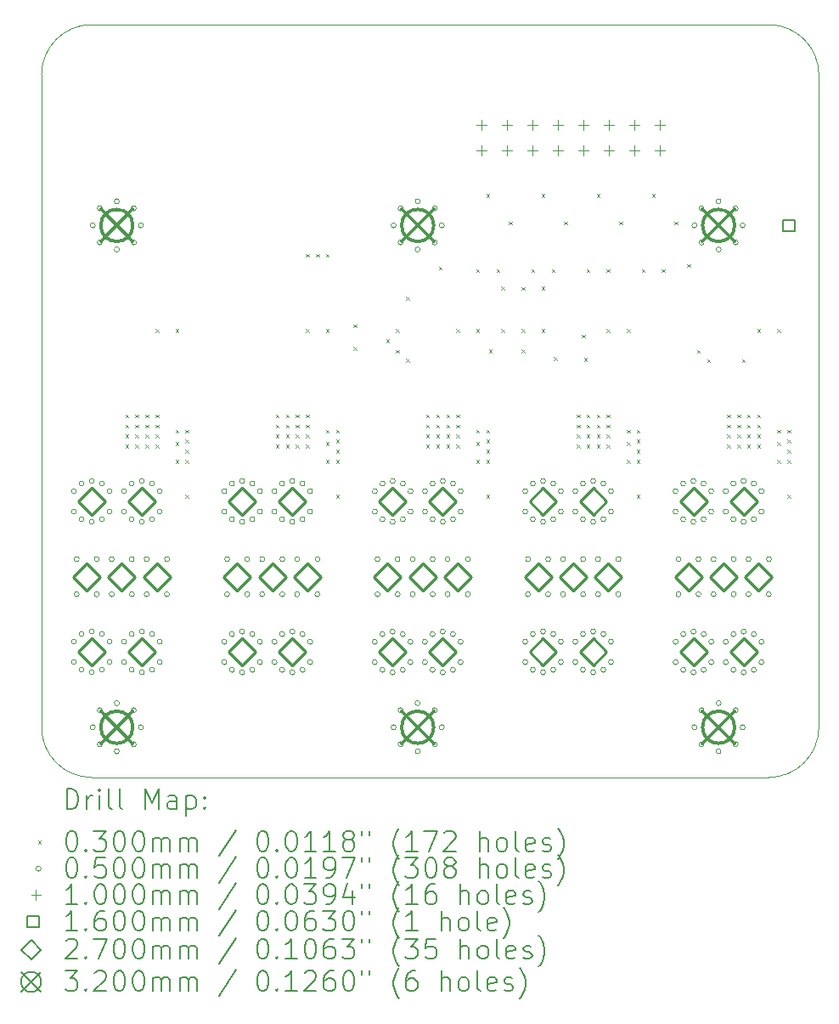
<source format=gbr>
%TF.GenerationSoftware,KiCad,Pcbnew,6.0.10+dfsg-1~bpo11+1*%
%TF.ProjectId,pwr,7077722e-6b69-4636-9164-5f7063625858,rev?*%
%TF.SameCoordinates,Original*%
%TF.FileFunction,Drillmap*%
%TF.FilePolarity,Positive*%
%FSLAX45Y45*%
G04 Gerber Fmt 4.5, Leading zero omitted, Abs format (unit mm)*
%MOMM*%
%LPD*%
G01*
G04 APERTURE LIST*
%ADD10C,0.100000*%
%ADD11C,0.200000*%
%ADD12C,0.030000*%
%ADD13C,0.050000*%
%ADD14C,0.160000*%
%ADD15C,0.270000*%
%ADD16C,0.320000*%
G04 APERTURE END LIST*
D10*
X18400000Y-13000000D02*
G75*
G03*
X18900000Y-12500000I0J500000D01*
G01*
X11150000Y-12500000D02*
G75*
G03*
X11650000Y-13000000I500000J0D01*
G01*
X11650000Y-5500000D02*
X18400000Y-5500000D01*
X11150000Y-12500000D02*
X11150000Y-6000000D01*
X18900000Y-6000000D02*
G75*
G03*
X18400000Y-5500000I-500000J0D01*
G01*
X18400000Y-13000000D02*
X11650000Y-13000000D01*
X11650000Y-5500000D02*
G75*
G03*
X11150000Y-6000000I0J-500000D01*
G01*
X18900000Y-6000000D02*
X18900000Y-12500000D01*
D11*
D12*
X11985000Y-9385000D02*
X12015000Y-9415000D01*
X12015000Y-9385000D02*
X11985000Y-9415000D01*
X11985000Y-9485000D02*
X12015000Y-9515000D01*
X12015000Y-9485000D02*
X11985000Y-9515000D01*
X11985000Y-9585000D02*
X12015000Y-9615000D01*
X12015000Y-9585000D02*
X11985000Y-9615000D01*
X11985000Y-9685000D02*
X12015000Y-9715000D01*
X12015000Y-9685000D02*
X11985000Y-9715000D01*
X12085000Y-9385000D02*
X12115000Y-9415000D01*
X12115000Y-9385000D02*
X12085000Y-9415000D01*
X12085000Y-9485000D02*
X12115000Y-9515000D01*
X12115000Y-9485000D02*
X12085000Y-9515000D01*
X12085000Y-9585000D02*
X12115000Y-9615000D01*
X12115000Y-9585000D02*
X12085000Y-9615000D01*
X12085000Y-9685000D02*
X12115000Y-9715000D01*
X12115000Y-9685000D02*
X12085000Y-9715000D01*
X12185000Y-9385000D02*
X12215000Y-9415000D01*
X12215000Y-9385000D02*
X12185000Y-9415000D01*
X12185000Y-9485000D02*
X12215000Y-9515000D01*
X12215000Y-9485000D02*
X12185000Y-9515000D01*
X12185000Y-9585000D02*
X12215000Y-9615000D01*
X12215000Y-9585000D02*
X12185000Y-9615000D01*
X12185000Y-9685000D02*
X12215000Y-9715000D01*
X12215000Y-9685000D02*
X12185000Y-9715000D01*
X12285000Y-8531250D02*
X12315000Y-8561250D01*
X12315000Y-8531250D02*
X12285000Y-8561250D01*
X12285000Y-9385000D02*
X12315000Y-9415000D01*
X12315000Y-9385000D02*
X12285000Y-9415000D01*
X12285000Y-9485000D02*
X12315000Y-9515000D01*
X12315000Y-9485000D02*
X12285000Y-9515000D01*
X12285000Y-9585000D02*
X12315000Y-9615000D01*
X12315000Y-9585000D02*
X12285000Y-9615000D01*
X12285000Y-9685000D02*
X12315000Y-9715000D01*
X12315000Y-9685000D02*
X12285000Y-9715000D01*
X12485000Y-8535000D02*
X12515000Y-8565000D01*
X12515000Y-8535000D02*
X12485000Y-8565000D01*
X12485000Y-9535000D02*
X12515000Y-9565000D01*
X12515000Y-9535000D02*
X12485000Y-9565000D01*
X12485000Y-9660000D02*
X12515000Y-9690000D01*
X12515000Y-9660000D02*
X12485000Y-9690000D01*
X12485000Y-9835000D02*
X12515000Y-9865000D01*
X12515000Y-9835000D02*
X12485000Y-9865000D01*
X12585000Y-9535000D02*
X12615000Y-9565000D01*
X12615000Y-9535000D02*
X12585000Y-9565000D01*
X12585000Y-9635000D02*
X12615000Y-9665000D01*
X12615000Y-9635000D02*
X12585000Y-9665000D01*
X12585000Y-9735000D02*
X12615000Y-9765000D01*
X12615000Y-9735000D02*
X12585000Y-9765000D01*
X12585000Y-9835000D02*
X12615000Y-9865000D01*
X12615000Y-9835000D02*
X12585000Y-9865000D01*
X12585000Y-10185000D02*
X12615000Y-10215000D01*
X12615000Y-10185000D02*
X12585000Y-10215000D01*
X13485000Y-9385000D02*
X13515000Y-9415000D01*
X13515000Y-9385000D02*
X13485000Y-9415000D01*
X13485000Y-9485000D02*
X13515000Y-9515000D01*
X13515000Y-9485000D02*
X13485000Y-9515000D01*
X13485000Y-9585000D02*
X13515000Y-9615000D01*
X13515000Y-9585000D02*
X13485000Y-9615000D01*
X13485000Y-9685000D02*
X13515000Y-9715000D01*
X13515000Y-9685000D02*
X13485000Y-9715000D01*
X13585000Y-9385000D02*
X13615000Y-9415000D01*
X13615000Y-9385000D02*
X13585000Y-9415000D01*
X13585000Y-9485000D02*
X13615000Y-9515000D01*
X13615000Y-9485000D02*
X13585000Y-9515000D01*
X13585000Y-9585000D02*
X13615000Y-9615000D01*
X13615000Y-9585000D02*
X13585000Y-9615000D01*
X13585000Y-9685000D02*
X13615000Y-9715000D01*
X13615000Y-9685000D02*
X13585000Y-9715000D01*
X13685000Y-9385000D02*
X13715000Y-9415000D01*
X13715000Y-9385000D02*
X13685000Y-9415000D01*
X13685000Y-9485000D02*
X13715000Y-9515000D01*
X13715000Y-9485000D02*
X13685000Y-9515000D01*
X13685000Y-9585000D02*
X13715000Y-9615000D01*
X13715000Y-9585000D02*
X13685000Y-9615000D01*
X13685000Y-9685000D02*
X13715000Y-9715000D01*
X13715000Y-9685000D02*
X13685000Y-9715000D01*
X13785000Y-7785000D02*
X13815000Y-7815000D01*
X13815000Y-7785000D02*
X13785000Y-7815000D01*
X13785000Y-8531250D02*
X13815000Y-8561250D01*
X13815000Y-8531250D02*
X13785000Y-8561250D01*
X13785000Y-9385000D02*
X13815000Y-9415000D01*
X13815000Y-9385000D02*
X13785000Y-9415000D01*
X13785000Y-9485000D02*
X13815000Y-9515000D01*
X13815000Y-9485000D02*
X13785000Y-9515000D01*
X13785000Y-9585000D02*
X13815000Y-9615000D01*
X13815000Y-9585000D02*
X13785000Y-9615000D01*
X13785000Y-9685000D02*
X13815000Y-9715000D01*
X13815000Y-9685000D02*
X13785000Y-9715000D01*
X13885000Y-7785000D02*
X13915000Y-7815000D01*
X13915000Y-7785000D02*
X13885000Y-7815000D01*
X13985000Y-7785000D02*
X14015000Y-7815000D01*
X14015000Y-7785000D02*
X13985000Y-7815000D01*
X13985000Y-8535000D02*
X14015000Y-8565000D01*
X14015000Y-8535000D02*
X13985000Y-8565000D01*
X13985000Y-9535000D02*
X14015000Y-9565000D01*
X14015000Y-9535000D02*
X13985000Y-9565000D01*
X13985000Y-9660000D02*
X14015000Y-9690000D01*
X14015000Y-9660000D02*
X13985000Y-9690000D01*
X13985000Y-9835000D02*
X14015000Y-9865000D01*
X14015000Y-9835000D02*
X13985000Y-9865000D01*
X14085000Y-9535000D02*
X14115000Y-9565000D01*
X14115000Y-9535000D02*
X14085000Y-9565000D01*
X14085000Y-9635000D02*
X14115000Y-9665000D01*
X14115000Y-9635000D02*
X14085000Y-9665000D01*
X14085000Y-9735000D02*
X14115000Y-9765000D01*
X14115000Y-9735000D02*
X14085000Y-9765000D01*
X14085000Y-9835000D02*
X14115000Y-9865000D01*
X14115000Y-9835000D02*
X14085000Y-9865000D01*
X14085000Y-10185000D02*
X14115000Y-10215000D01*
X14115000Y-10185000D02*
X14085000Y-10215000D01*
X14260000Y-8485000D02*
X14290000Y-8515000D01*
X14290000Y-8485000D02*
X14260000Y-8515000D01*
X14260000Y-8710000D02*
X14290000Y-8740000D01*
X14290000Y-8710000D02*
X14260000Y-8740000D01*
X14585000Y-8635000D02*
X14615000Y-8665000D01*
X14615000Y-8635000D02*
X14585000Y-8665000D01*
X14685000Y-8531250D02*
X14715000Y-8561250D01*
X14715000Y-8531250D02*
X14685000Y-8561250D01*
X14685000Y-8738750D02*
X14715000Y-8768750D01*
X14715000Y-8738750D02*
X14685000Y-8768750D01*
X14784685Y-8827726D02*
X14814685Y-8857726D01*
X14814685Y-8827726D02*
X14784685Y-8857726D01*
X14785000Y-8210000D02*
X14815000Y-8240000D01*
X14815000Y-8210000D02*
X14785000Y-8240000D01*
X14985000Y-9385000D02*
X15015000Y-9415000D01*
X15015000Y-9385000D02*
X14985000Y-9415000D01*
X14985000Y-9485000D02*
X15015000Y-9515000D01*
X15015000Y-9485000D02*
X14985000Y-9515000D01*
X14985000Y-9585000D02*
X15015000Y-9615000D01*
X15015000Y-9585000D02*
X14985000Y-9615000D01*
X14985000Y-9685000D02*
X15015000Y-9715000D01*
X15015000Y-9685000D02*
X14985000Y-9715000D01*
X15085000Y-9385000D02*
X15115000Y-9415000D01*
X15115000Y-9385000D02*
X15085000Y-9415000D01*
X15085000Y-9485000D02*
X15115000Y-9515000D01*
X15115000Y-9485000D02*
X15085000Y-9515000D01*
X15085000Y-9585000D02*
X15115000Y-9615000D01*
X15115000Y-9585000D02*
X15085000Y-9615000D01*
X15085000Y-9685000D02*
X15115000Y-9715000D01*
X15115000Y-9685000D02*
X15085000Y-9715000D01*
X15110000Y-7910000D02*
X15140000Y-7940000D01*
X15140000Y-7910000D02*
X15110000Y-7940000D01*
X15185000Y-9385000D02*
X15215000Y-9415000D01*
X15215000Y-9385000D02*
X15185000Y-9415000D01*
X15185000Y-9485000D02*
X15215000Y-9515000D01*
X15215000Y-9485000D02*
X15185000Y-9515000D01*
X15185000Y-9585000D02*
X15215000Y-9615000D01*
X15215000Y-9585000D02*
X15185000Y-9615000D01*
X15185000Y-9685000D02*
X15215000Y-9715000D01*
X15215000Y-9685000D02*
X15185000Y-9715000D01*
X15285000Y-8531250D02*
X15315000Y-8561250D01*
X15315000Y-8531250D02*
X15285000Y-8561250D01*
X15285000Y-9385000D02*
X15315000Y-9415000D01*
X15315000Y-9385000D02*
X15285000Y-9415000D01*
X15285000Y-9485000D02*
X15315000Y-9515000D01*
X15315000Y-9485000D02*
X15285000Y-9515000D01*
X15285000Y-9585000D02*
X15315000Y-9615000D01*
X15315000Y-9585000D02*
X15285000Y-9615000D01*
X15285000Y-9685000D02*
X15315000Y-9715000D01*
X15315000Y-9685000D02*
X15285000Y-9715000D01*
X15485000Y-7935000D02*
X15515000Y-7965000D01*
X15515000Y-7935000D02*
X15485000Y-7965000D01*
X15485000Y-8535000D02*
X15515000Y-8565000D01*
X15515000Y-8535000D02*
X15485000Y-8565000D01*
X15485000Y-9535000D02*
X15515000Y-9565000D01*
X15515000Y-9535000D02*
X15485000Y-9565000D01*
X15485000Y-9660000D02*
X15515000Y-9690000D01*
X15515000Y-9660000D02*
X15485000Y-9690000D01*
X15485000Y-9835000D02*
X15515000Y-9865000D01*
X15515000Y-9835000D02*
X15485000Y-9865000D01*
X15585000Y-7185000D02*
X15615000Y-7215000D01*
X15615000Y-7185000D02*
X15585000Y-7215000D01*
X15585000Y-9535000D02*
X15615000Y-9565000D01*
X15615000Y-9535000D02*
X15585000Y-9565000D01*
X15585000Y-9635000D02*
X15615000Y-9665000D01*
X15615000Y-9635000D02*
X15585000Y-9665000D01*
X15585000Y-9735000D02*
X15615000Y-9765000D01*
X15615000Y-9735000D02*
X15585000Y-9765000D01*
X15585000Y-9835000D02*
X15615000Y-9865000D01*
X15615000Y-9835000D02*
X15585000Y-9865000D01*
X15585000Y-10185000D02*
X15615000Y-10215000D01*
X15615000Y-10185000D02*
X15585000Y-10215000D01*
X15609950Y-8735000D02*
X15639950Y-8765000D01*
X15639950Y-8735000D02*
X15609950Y-8765000D01*
X15685000Y-7935000D02*
X15715000Y-7965000D01*
X15715000Y-7935000D02*
X15685000Y-7965000D01*
X15735000Y-8110000D02*
X15765000Y-8140000D01*
X15765000Y-8110000D02*
X15735000Y-8140000D01*
X15735000Y-8535000D02*
X15765000Y-8565000D01*
X15765000Y-8535000D02*
X15735000Y-8565000D01*
X15810000Y-7460000D02*
X15840000Y-7490000D01*
X15840000Y-7460000D02*
X15810000Y-7490000D01*
X15935000Y-8114950D02*
X15965000Y-8144950D01*
X15965000Y-8114950D02*
X15935000Y-8144950D01*
X15935000Y-8535000D02*
X15965000Y-8565000D01*
X15965000Y-8535000D02*
X15935000Y-8565000D01*
X15935000Y-8735000D02*
X15965000Y-8765000D01*
X15965000Y-8735000D02*
X15935000Y-8765000D01*
X16035000Y-7935000D02*
X16065000Y-7965000D01*
X16065000Y-7935000D02*
X16035000Y-7965000D01*
X16135000Y-7185000D02*
X16165000Y-7215000D01*
X16165000Y-7185000D02*
X16135000Y-7215000D01*
X16135000Y-8110000D02*
X16165000Y-8140000D01*
X16165000Y-8110000D02*
X16135000Y-8140000D01*
X16135000Y-8535000D02*
X16165000Y-8565000D01*
X16165000Y-8535000D02*
X16135000Y-8565000D01*
X16235000Y-7935000D02*
X16265000Y-7965000D01*
X16265000Y-7935000D02*
X16235000Y-7965000D01*
X16260000Y-8810000D02*
X16290000Y-8840000D01*
X16290000Y-8810000D02*
X16260000Y-8840000D01*
X16360000Y-7460000D02*
X16390000Y-7490000D01*
X16390000Y-7460000D02*
X16360000Y-7490000D01*
X16485000Y-9385000D02*
X16515000Y-9415000D01*
X16515000Y-9385000D02*
X16485000Y-9415000D01*
X16485000Y-9485000D02*
X16515000Y-9515000D01*
X16515000Y-9485000D02*
X16485000Y-9515000D01*
X16485000Y-9585000D02*
X16515000Y-9615000D01*
X16515000Y-9585000D02*
X16485000Y-9615000D01*
X16485000Y-9685000D02*
X16515000Y-9715000D01*
X16515000Y-9685000D02*
X16485000Y-9715000D01*
X16538266Y-8588417D02*
X16568266Y-8618417D01*
X16568266Y-8588417D02*
X16538266Y-8618417D01*
X16560025Y-8822362D02*
X16590025Y-8852362D01*
X16590025Y-8822362D02*
X16560025Y-8852362D01*
X16585000Y-7935000D02*
X16615000Y-7965000D01*
X16615000Y-7935000D02*
X16585000Y-7965000D01*
X16585000Y-9385000D02*
X16615000Y-9415000D01*
X16615000Y-9385000D02*
X16585000Y-9415000D01*
X16585000Y-9485000D02*
X16615000Y-9515000D01*
X16615000Y-9485000D02*
X16585000Y-9515000D01*
X16585000Y-9585000D02*
X16615000Y-9615000D01*
X16615000Y-9585000D02*
X16585000Y-9615000D01*
X16585000Y-9685000D02*
X16615000Y-9715000D01*
X16615000Y-9685000D02*
X16585000Y-9715000D01*
X16685000Y-7185000D02*
X16715000Y-7215000D01*
X16715000Y-7185000D02*
X16685000Y-7215000D01*
X16685000Y-9385000D02*
X16715000Y-9415000D01*
X16715000Y-9385000D02*
X16685000Y-9415000D01*
X16685000Y-9485000D02*
X16715000Y-9515000D01*
X16715000Y-9485000D02*
X16685000Y-9515000D01*
X16685000Y-9585000D02*
X16715000Y-9615000D01*
X16715000Y-9585000D02*
X16685000Y-9615000D01*
X16685000Y-9685000D02*
X16715000Y-9715000D01*
X16715000Y-9685000D02*
X16685000Y-9715000D01*
X16785000Y-7935000D02*
X16815000Y-7965000D01*
X16815000Y-7935000D02*
X16785000Y-7965000D01*
X16785000Y-8531250D02*
X16815000Y-8561250D01*
X16815000Y-8531250D02*
X16785000Y-8561250D01*
X16785000Y-9385000D02*
X16815000Y-9415000D01*
X16815000Y-9385000D02*
X16785000Y-9415000D01*
X16785000Y-9485000D02*
X16815000Y-9515000D01*
X16815000Y-9485000D02*
X16785000Y-9515000D01*
X16785000Y-9585000D02*
X16815000Y-9615000D01*
X16815000Y-9585000D02*
X16785000Y-9615000D01*
X16785000Y-9685000D02*
X16815000Y-9715000D01*
X16815000Y-9685000D02*
X16785000Y-9715000D01*
X16910000Y-7460000D02*
X16940000Y-7490000D01*
X16940000Y-7460000D02*
X16910000Y-7490000D01*
X16985000Y-8535000D02*
X17015000Y-8565000D01*
X17015000Y-8535000D02*
X16985000Y-8565000D01*
X16985000Y-9535000D02*
X17015000Y-9565000D01*
X17015000Y-9535000D02*
X16985000Y-9565000D01*
X16985000Y-9660000D02*
X17015000Y-9690000D01*
X17015000Y-9660000D02*
X16985000Y-9690000D01*
X16985000Y-9835000D02*
X17015000Y-9865000D01*
X17015000Y-9835000D02*
X16985000Y-9865000D01*
X17085000Y-9535000D02*
X17115000Y-9565000D01*
X17115000Y-9535000D02*
X17085000Y-9565000D01*
X17085000Y-9635000D02*
X17115000Y-9665000D01*
X17115000Y-9635000D02*
X17085000Y-9665000D01*
X17085000Y-9735000D02*
X17115000Y-9765000D01*
X17115000Y-9735000D02*
X17085000Y-9765000D01*
X17085000Y-9835000D02*
X17115000Y-9865000D01*
X17115000Y-9835000D02*
X17085000Y-9865000D01*
X17085000Y-10185000D02*
X17115000Y-10215000D01*
X17115000Y-10185000D02*
X17085000Y-10215000D01*
X17135000Y-7935000D02*
X17165000Y-7965000D01*
X17165000Y-7935000D02*
X17135000Y-7965000D01*
X17235000Y-7185000D02*
X17265000Y-7215000D01*
X17265000Y-7185000D02*
X17235000Y-7215000D01*
X17335000Y-7935000D02*
X17365000Y-7965000D01*
X17365000Y-7935000D02*
X17335000Y-7965000D01*
X17460000Y-7460000D02*
X17490000Y-7490000D01*
X17490000Y-7460000D02*
X17460000Y-7490000D01*
X17585000Y-7885000D02*
X17615000Y-7915000D01*
X17615000Y-7885000D02*
X17585000Y-7915000D01*
X17685000Y-8738750D02*
X17715000Y-8768750D01*
X17715000Y-8738750D02*
X17685000Y-8768750D01*
X17785000Y-8835000D02*
X17815000Y-8865000D01*
X17815000Y-8835000D02*
X17785000Y-8865000D01*
X17985000Y-9385000D02*
X18015000Y-9415000D01*
X18015000Y-9385000D02*
X17985000Y-9415000D01*
X17985000Y-9485000D02*
X18015000Y-9515000D01*
X18015000Y-9485000D02*
X17985000Y-9515000D01*
X17985000Y-9585000D02*
X18015000Y-9615000D01*
X18015000Y-9585000D02*
X17985000Y-9615000D01*
X17985000Y-9685000D02*
X18015000Y-9715000D01*
X18015000Y-9685000D02*
X17985000Y-9715000D01*
X18085000Y-9385000D02*
X18115000Y-9415000D01*
X18115000Y-9385000D02*
X18085000Y-9415000D01*
X18085000Y-9485000D02*
X18115000Y-9515000D01*
X18115000Y-9485000D02*
X18085000Y-9515000D01*
X18085000Y-9585000D02*
X18115000Y-9615000D01*
X18115000Y-9585000D02*
X18085000Y-9615000D01*
X18085000Y-9685000D02*
X18115000Y-9715000D01*
X18115000Y-9685000D02*
X18085000Y-9715000D01*
X18135000Y-8835000D02*
X18165000Y-8865000D01*
X18165000Y-8835000D02*
X18135000Y-8865000D01*
X18185000Y-9385000D02*
X18215000Y-9415000D01*
X18215000Y-9385000D02*
X18185000Y-9415000D01*
X18185000Y-9485000D02*
X18215000Y-9515000D01*
X18215000Y-9485000D02*
X18185000Y-9515000D01*
X18185000Y-9585000D02*
X18215000Y-9615000D01*
X18215000Y-9585000D02*
X18185000Y-9615000D01*
X18185000Y-9685000D02*
X18215000Y-9715000D01*
X18215000Y-9685000D02*
X18185000Y-9715000D01*
X18285000Y-8531250D02*
X18315000Y-8561250D01*
X18315000Y-8531250D02*
X18285000Y-8561250D01*
X18285000Y-9385000D02*
X18315000Y-9415000D01*
X18315000Y-9385000D02*
X18285000Y-9415000D01*
X18285000Y-9485000D02*
X18315000Y-9515000D01*
X18315000Y-9485000D02*
X18285000Y-9515000D01*
X18285000Y-9585000D02*
X18315000Y-9615000D01*
X18315000Y-9585000D02*
X18285000Y-9615000D01*
X18285000Y-9685000D02*
X18315000Y-9715000D01*
X18315000Y-9685000D02*
X18285000Y-9715000D01*
X18485000Y-8535000D02*
X18515000Y-8565000D01*
X18515000Y-8535000D02*
X18485000Y-8565000D01*
X18485000Y-9535000D02*
X18515000Y-9565000D01*
X18515000Y-9535000D02*
X18485000Y-9565000D01*
X18485000Y-9660000D02*
X18515000Y-9690000D01*
X18515000Y-9660000D02*
X18485000Y-9690000D01*
X18485000Y-9835000D02*
X18515000Y-9865000D01*
X18515000Y-9835000D02*
X18485000Y-9865000D01*
X18585000Y-9535000D02*
X18615000Y-9565000D01*
X18615000Y-9535000D02*
X18585000Y-9565000D01*
X18585000Y-9635000D02*
X18615000Y-9665000D01*
X18615000Y-9635000D02*
X18585000Y-9665000D01*
X18585000Y-9735000D02*
X18615000Y-9765000D01*
X18615000Y-9735000D02*
X18585000Y-9765000D01*
X18585000Y-9835000D02*
X18615000Y-9865000D01*
X18615000Y-9835000D02*
X18585000Y-9865000D01*
X18585000Y-10185000D02*
X18615000Y-10215000D01*
X18615000Y-10185000D02*
X18585000Y-10215000D01*
D13*
X11497200Y-10148400D02*
G75*
G03*
X11497200Y-10148400I-25000J0D01*
G01*
X11497200Y-10351600D02*
G75*
G03*
X11497200Y-10351600I-25000J0D01*
G01*
X11497200Y-11648400D02*
G75*
G03*
X11497200Y-11648400I-25000J0D01*
G01*
X11497200Y-11851600D02*
G75*
G03*
X11497200Y-11851600I-25000J0D01*
G01*
X11525000Y-10825000D02*
G75*
G03*
X11525000Y-10825000I-25000J0D01*
G01*
X11525000Y-11175000D02*
G75*
G03*
X11525000Y-11175000I-25000J0D01*
G01*
X11573400Y-10072200D02*
G75*
G03*
X11573400Y-10072200I-25000J0D01*
G01*
X11573400Y-10427800D02*
G75*
G03*
X11573400Y-10427800I-25000J0D01*
G01*
X11573400Y-11572200D02*
G75*
G03*
X11573400Y-11572200I-25000J0D01*
G01*
X11573400Y-11927800D02*
G75*
G03*
X11573400Y-11927800I-25000J0D01*
G01*
X11675000Y-10046800D02*
G75*
G03*
X11675000Y-10046800I-25000J0D01*
G01*
X11675000Y-10453200D02*
G75*
G03*
X11675000Y-10453200I-25000J0D01*
G01*
X11675000Y-11546800D02*
G75*
G03*
X11675000Y-11546800I-25000J0D01*
G01*
X11675000Y-11953200D02*
G75*
G03*
X11675000Y-11953200I-25000J0D01*
G01*
X11685000Y-7500000D02*
G75*
G03*
X11685000Y-7500000I-25000J0D01*
G01*
X11685000Y-12500000D02*
G75*
G03*
X11685000Y-12500000I-25000J0D01*
G01*
X11725000Y-10825000D02*
G75*
G03*
X11725000Y-10825000I-25000J0D01*
G01*
X11725000Y-11175000D02*
G75*
G03*
X11725000Y-11175000I-25000J0D01*
G01*
X11755294Y-7330294D02*
G75*
G03*
X11755294Y-7330294I-25000J0D01*
G01*
X11755294Y-7669706D02*
G75*
G03*
X11755294Y-7669706I-25000J0D01*
G01*
X11755294Y-12330294D02*
G75*
G03*
X11755294Y-12330294I-25000J0D01*
G01*
X11755294Y-12669706D02*
G75*
G03*
X11755294Y-12669706I-25000J0D01*
G01*
X11776600Y-10072200D02*
G75*
G03*
X11776600Y-10072200I-25000J0D01*
G01*
X11776600Y-10427800D02*
G75*
G03*
X11776600Y-10427800I-25000J0D01*
G01*
X11776600Y-11572200D02*
G75*
G03*
X11776600Y-11572200I-25000J0D01*
G01*
X11776600Y-11927800D02*
G75*
G03*
X11776600Y-11927800I-25000J0D01*
G01*
X11852800Y-10148400D02*
G75*
G03*
X11852800Y-10148400I-25000J0D01*
G01*
X11852800Y-10351600D02*
G75*
G03*
X11852800Y-10351600I-25000J0D01*
G01*
X11852800Y-11648400D02*
G75*
G03*
X11852800Y-11648400I-25000J0D01*
G01*
X11852800Y-11851600D02*
G75*
G03*
X11852800Y-11851600I-25000J0D01*
G01*
X11875000Y-10825000D02*
G75*
G03*
X11875000Y-10825000I-25000J0D01*
G01*
X11875000Y-11175000D02*
G75*
G03*
X11875000Y-11175000I-25000J0D01*
G01*
X11925000Y-7260000D02*
G75*
G03*
X11925000Y-7260000I-25000J0D01*
G01*
X11925000Y-7740000D02*
G75*
G03*
X11925000Y-7740000I-25000J0D01*
G01*
X11925000Y-12260000D02*
G75*
G03*
X11925000Y-12260000I-25000J0D01*
G01*
X11925000Y-12740000D02*
G75*
G03*
X11925000Y-12740000I-25000J0D01*
G01*
X11997200Y-10148400D02*
G75*
G03*
X11997200Y-10148400I-25000J0D01*
G01*
X11997200Y-10351600D02*
G75*
G03*
X11997200Y-10351600I-25000J0D01*
G01*
X11997200Y-11648400D02*
G75*
G03*
X11997200Y-11648400I-25000J0D01*
G01*
X11997200Y-11851600D02*
G75*
G03*
X11997200Y-11851600I-25000J0D01*
G01*
X12073400Y-10072200D02*
G75*
G03*
X12073400Y-10072200I-25000J0D01*
G01*
X12073400Y-10427800D02*
G75*
G03*
X12073400Y-10427800I-25000J0D01*
G01*
X12073400Y-11572200D02*
G75*
G03*
X12073400Y-11572200I-25000J0D01*
G01*
X12073400Y-11927800D02*
G75*
G03*
X12073400Y-11927800I-25000J0D01*
G01*
X12075000Y-10825000D02*
G75*
G03*
X12075000Y-10825000I-25000J0D01*
G01*
X12075000Y-11175000D02*
G75*
G03*
X12075000Y-11175000I-25000J0D01*
G01*
X12094706Y-7330294D02*
G75*
G03*
X12094706Y-7330294I-25000J0D01*
G01*
X12094706Y-7669706D02*
G75*
G03*
X12094706Y-7669706I-25000J0D01*
G01*
X12094706Y-12330294D02*
G75*
G03*
X12094706Y-12330294I-25000J0D01*
G01*
X12094706Y-12669706D02*
G75*
G03*
X12094706Y-12669706I-25000J0D01*
G01*
X12165000Y-7500000D02*
G75*
G03*
X12165000Y-7500000I-25000J0D01*
G01*
X12165000Y-12500000D02*
G75*
G03*
X12165000Y-12500000I-25000J0D01*
G01*
X12175000Y-10046800D02*
G75*
G03*
X12175000Y-10046800I-25000J0D01*
G01*
X12175000Y-10453200D02*
G75*
G03*
X12175000Y-10453200I-25000J0D01*
G01*
X12175000Y-11546800D02*
G75*
G03*
X12175000Y-11546800I-25000J0D01*
G01*
X12175000Y-11953200D02*
G75*
G03*
X12175000Y-11953200I-25000J0D01*
G01*
X12223400Y-10825000D02*
G75*
G03*
X12223400Y-10825000I-25000J0D01*
G01*
X12223400Y-11175000D02*
G75*
G03*
X12223400Y-11175000I-25000J0D01*
G01*
X12276600Y-10072200D02*
G75*
G03*
X12276600Y-10072200I-25000J0D01*
G01*
X12276600Y-10427800D02*
G75*
G03*
X12276600Y-10427800I-25000J0D01*
G01*
X12276600Y-11572200D02*
G75*
G03*
X12276600Y-11572200I-25000J0D01*
G01*
X12276600Y-11927800D02*
G75*
G03*
X12276600Y-11927800I-25000J0D01*
G01*
X12352800Y-10148400D02*
G75*
G03*
X12352800Y-10148400I-25000J0D01*
G01*
X12352800Y-10351600D02*
G75*
G03*
X12352800Y-10351600I-25000J0D01*
G01*
X12352800Y-11648400D02*
G75*
G03*
X12352800Y-11648400I-25000J0D01*
G01*
X12352800Y-11851600D02*
G75*
G03*
X12352800Y-11851600I-25000J0D01*
G01*
X12425000Y-11175000D02*
G75*
G03*
X12425000Y-11175000I-25000J0D01*
G01*
X12426600Y-10825000D02*
G75*
G03*
X12426600Y-10825000I-25000J0D01*
G01*
X12997200Y-10148400D02*
G75*
G03*
X12997200Y-10148400I-25000J0D01*
G01*
X12997200Y-10351600D02*
G75*
G03*
X12997200Y-10351600I-25000J0D01*
G01*
X12997200Y-11648400D02*
G75*
G03*
X12997200Y-11648400I-25000J0D01*
G01*
X12997200Y-11851600D02*
G75*
G03*
X12997200Y-11851600I-25000J0D01*
G01*
X13025000Y-10825000D02*
G75*
G03*
X13025000Y-10825000I-25000J0D01*
G01*
X13025000Y-11175000D02*
G75*
G03*
X13025000Y-11175000I-25000J0D01*
G01*
X13073400Y-10072200D02*
G75*
G03*
X13073400Y-10072200I-25000J0D01*
G01*
X13073400Y-10427800D02*
G75*
G03*
X13073400Y-10427800I-25000J0D01*
G01*
X13073400Y-11572200D02*
G75*
G03*
X13073400Y-11572200I-25000J0D01*
G01*
X13073400Y-11927800D02*
G75*
G03*
X13073400Y-11927800I-25000J0D01*
G01*
X13175000Y-10046800D02*
G75*
G03*
X13175000Y-10046800I-25000J0D01*
G01*
X13175000Y-10453200D02*
G75*
G03*
X13175000Y-10453200I-25000J0D01*
G01*
X13175000Y-11546800D02*
G75*
G03*
X13175000Y-11546800I-25000J0D01*
G01*
X13175000Y-11953200D02*
G75*
G03*
X13175000Y-11953200I-25000J0D01*
G01*
X13225000Y-10825000D02*
G75*
G03*
X13225000Y-10825000I-25000J0D01*
G01*
X13225000Y-11175000D02*
G75*
G03*
X13225000Y-11175000I-25000J0D01*
G01*
X13276600Y-10072200D02*
G75*
G03*
X13276600Y-10072200I-25000J0D01*
G01*
X13276600Y-10427800D02*
G75*
G03*
X13276600Y-10427800I-25000J0D01*
G01*
X13276600Y-11572200D02*
G75*
G03*
X13276600Y-11572200I-25000J0D01*
G01*
X13276600Y-11927800D02*
G75*
G03*
X13276600Y-11927800I-25000J0D01*
G01*
X13352800Y-10148400D02*
G75*
G03*
X13352800Y-10148400I-25000J0D01*
G01*
X13352800Y-10351600D02*
G75*
G03*
X13352800Y-10351600I-25000J0D01*
G01*
X13352800Y-11648400D02*
G75*
G03*
X13352800Y-11648400I-25000J0D01*
G01*
X13352800Y-11851600D02*
G75*
G03*
X13352800Y-11851600I-25000J0D01*
G01*
X13375000Y-10825000D02*
G75*
G03*
X13375000Y-10825000I-25000J0D01*
G01*
X13375000Y-11175000D02*
G75*
G03*
X13375000Y-11175000I-25000J0D01*
G01*
X13497200Y-10148400D02*
G75*
G03*
X13497200Y-10148400I-25000J0D01*
G01*
X13497200Y-10351600D02*
G75*
G03*
X13497200Y-10351600I-25000J0D01*
G01*
X13497200Y-11648400D02*
G75*
G03*
X13497200Y-11648400I-25000J0D01*
G01*
X13497200Y-11851600D02*
G75*
G03*
X13497200Y-11851600I-25000J0D01*
G01*
X13573400Y-10072200D02*
G75*
G03*
X13573400Y-10072200I-25000J0D01*
G01*
X13573400Y-10427800D02*
G75*
G03*
X13573400Y-10427800I-25000J0D01*
G01*
X13573400Y-11572200D02*
G75*
G03*
X13573400Y-11572200I-25000J0D01*
G01*
X13573400Y-11927800D02*
G75*
G03*
X13573400Y-11927800I-25000J0D01*
G01*
X13575000Y-10825000D02*
G75*
G03*
X13575000Y-10825000I-25000J0D01*
G01*
X13575000Y-11175000D02*
G75*
G03*
X13575000Y-11175000I-25000J0D01*
G01*
X13675000Y-10046800D02*
G75*
G03*
X13675000Y-10046800I-25000J0D01*
G01*
X13675000Y-10453200D02*
G75*
G03*
X13675000Y-10453200I-25000J0D01*
G01*
X13675000Y-11546800D02*
G75*
G03*
X13675000Y-11546800I-25000J0D01*
G01*
X13675000Y-11953200D02*
G75*
G03*
X13675000Y-11953200I-25000J0D01*
G01*
X13723400Y-10825000D02*
G75*
G03*
X13723400Y-10825000I-25000J0D01*
G01*
X13723400Y-11175000D02*
G75*
G03*
X13723400Y-11175000I-25000J0D01*
G01*
X13776600Y-10072200D02*
G75*
G03*
X13776600Y-10072200I-25000J0D01*
G01*
X13776600Y-10427800D02*
G75*
G03*
X13776600Y-10427800I-25000J0D01*
G01*
X13776600Y-11572200D02*
G75*
G03*
X13776600Y-11572200I-25000J0D01*
G01*
X13776600Y-11927800D02*
G75*
G03*
X13776600Y-11927800I-25000J0D01*
G01*
X13852800Y-10148400D02*
G75*
G03*
X13852800Y-10148400I-25000J0D01*
G01*
X13852800Y-10351600D02*
G75*
G03*
X13852800Y-10351600I-25000J0D01*
G01*
X13852800Y-11648400D02*
G75*
G03*
X13852800Y-11648400I-25000J0D01*
G01*
X13852800Y-11851600D02*
G75*
G03*
X13852800Y-11851600I-25000J0D01*
G01*
X13925000Y-11175000D02*
G75*
G03*
X13925000Y-11175000I-25000J0D01*
G01*
X13926600Y-10825000D02*
G75*
G03*
X13926600Y-10825000I-25000J0D01*
G01*
X14497200Y-10148400D02*
G75*
G03*
X14497200Y-10148400I-25000J0D01*
G01*
X14497200Y-10351600D02*
G75*
G03*
X14497200Y-10351600I-25000J0D01*
G01*
X14497200Y-11648400D02*
G75*
G03*
X14497200Y-11648400I-25000J0D01*
G01*
X14497200Y-11851600D02*
G75*
G03*
X14497200Y-11851600I-25000J0D01*
G01*
X14525000Y-10825000D02*
G75*
G03*
X14525000Y-10825000I-25000J0D01*
G01*
X14525000Y-11175000D02*
G75*
G03*
X14525000Y-11175000I-25000J0D01*
G01*
X14573400Y-10072200D02*
G75*
G03*
X14573400Y-10072200I-25000J0D01*
G01*
X14573400Y-10427800D02*
G75*
G03*
X14573400Y-10427800I-25000J0D01*
G01*
X14573400Y-11572200D02*
G75*
G03*
X14573400Y-11572200I-25000J0D01*
G01*
X14573400Y-11927800D02*
G75*
G03*
X14573400Y-11927800I-25000J0D01*
G01*
X14675000Y-10046800D02*
G75*
G03*
X14675000Y-10046800I-25000J0D01*
G01*
X14675000Y-10453200D02*
G75*
G03*
X14675000Y-10453200I-25000J0D01*
G01*
X14675000Y-11546800D02*
G75*
G03*
X14675000Y-11546800I-25000J0D01*
G01*
X14675000Y-11953200D02*
G75*
G03*
X14675000Y-11953200I-25000J0D01*
G01*
X14685000Y-7500000D02*
G75*
G03*
X14685000Y-7500000I-25000J0D01*
G01*
X14685000Y-12500000D02*
G75*
G03*
X14685000Y-12500000I-25000J0D01*
G01*
X14725000Y-10825000D02*
G75*
G03*
X14725000Y-10825000I-25000J0D01*
G01*
X14725000Y-11175000D02*
G75*
G03*
X14725000Y-11175000I-25000J0D01*
G01*
X14755294Y-7330294D02*
G75*
G03*
X14755294Y-7330294I-25000J0D01*
G01*
X14755294Y-7669706D02*
G75*
G03*
X14755294Y-7669706I-25000J0D01*
G01*
X14755294Y-12330294D02*
G75*
G03*
X14755294Y-12330294I-25000J0D01*
G01*
X14755294Y-12669706D02*
G75*
G03*
X14755294Y-12669706I-25000J0D01*
G01*
X14776600Y-10072200D02*
G75*
G03*
X14776600Y-10072200I-25000J0D01*
G01*
X14776600Y-10427800D02*
G75*
G03*
X14776600Y-10427800I-25000J0D01*
G01*
X14776600Y-11572200D02*
G75*
G03*
X14776600Y-11572200I-25000J0D01*
G01*
X14776600Y-11927800D02*
G75*
G03*
X14776600Y-11927800I-25000J0D01*
G01*
X14852800Y-10148400D02*
G75*
G03*
X14852800Y-10148400I-25000J0D01*
G01*
X14852800Y-10351600D02*
G75*
G03*
X14852800Y-10351600I-25000J0D01*
G01*
X14852800Y-11648400D02*
G75*
G03*
X14852800Y-11648400I-25000J0D01*
G01*
X14852800Y-11851600D02*
G75*
G03*
X14852800Y-11851600I-25000J0D01*
G01*
X14875000Y-10825000D02*
G75*
G03*
X14875000Y-10825000I-25000J0D01*
G01*
X14875000Y-11175000D02*
G75*
G03*
X14875000Y-11175000I-25000J0D01*
G01*
X14925000Y-7260000D02*
G75*
G03*
X14925000Y-7260000I-25000J0D01*
G01*
X14925000Y-7740000D02*
G75*
G03*
X14925000Y-7740000I-25000J0D01*
G01*
X14925000Y-12260000D02*
G75*
G03*
X14925000Y-12260000I-25000J0D01*
G01*
X14925000Y-12740000D02*
G75*
G03*
X14925000Y-12740000I-25000J0D01*
G01*
X14997200Y-10148400D02*
G75*
G03*
X14997200Y-10148400I-25000J0D01*
G01*
X14997200Y-10351600D02*
G75*
G03*
X14997200Y-10351600I-25000J0D01*
G01*
X14997200Y-11648400D02*
G75*
G03*
X14997200Y-11648400I-25000J0D01*
G01*
X14997200Y-11851600D02*
G75*
G03*
X14997200Y-11851600I-25000J0D01*
G01*
X15073400Y-10072200D02*
G75*
G03*
X15073400Y-10072200I-25000J0D01*
G01*
X15073400Y-10427800D02*
G75*
G03*
X15073400Y-10427800I-25000J0D01*
G01*
X15073400Y-11572200D02*
G75*
G03*
X15073400Y-11572200I-25000J0D01*
G01*
X15073400Y-11927800D02*
G75*
G03*
X15073400Y-11927800I-25000J0D01*
G01*
X15075000Y-10825000D02*
G75*
G03*
X15075000Y-10825000I-25000J0D01*
G01*
X15075000Y-11175000D02*
G75*
G03*
X15075000Y-11175000I-25000J0D01*
G01*
X15094706Y-7330294D02*
G75*
G03*
X15094706Y-7330294I-25000J0D01*
G01*
X15094706Y-7669706D02*
G75*
G03*
X15094706Y-7669706I-25000J0D01*
G01*
X15094706Y-12330294D02*
G75*
G03*
X15094706Y-12330294I-25000J0D01*
G01*
X15094706Y-12669706D02*
G75*
G03*
X15094706Y-12669706I-25000J0D01*
G01*
X15165000Y-7500000D02*
G75*
G03*
X15165000Y-7500000I-25000J0D01*
G01*
X15165000Y-12500000D02*
G75*
G03*
X15165000Y-12500000I-25000J0D01*
G01*
X15175000Y-10046800D02*
G75*
G03*
X15175000Y-10046800I-25000J0D01*
G01*
X15175000Y-10453200D02*
G75*
G03*
X15175000Y-10453200I-25000J0D01*
G01*
X15175000Y-11546800D02*
G75*
G03*
X15175000Y-11546800I-25000J0D01*
G01*
X15175000Y-11953200D02*
G75*
G03*
X15175000Y-11953200I-25000J0D01*
G01*
X15223400Y-10825000D02*
G75*
G03*
X15223400Y-10825000I-25000J0D01*
G01*
X15223400Y-11175000D02*
G75*
G03*
X15223400Y-11175000I-25000J0D01*
G01*
X15276600Y-10072200D02*
G75*
G03*
X15276600Y-10072200I-25000J0D01*
G01*
X15276600Y-10427800D02*
G75*
G03*
X15276600Y-10427800I-25000J0D01*
G01*
X15276600Y-11572200D02*
G75*
G03*
X15276600Y-11572200I-25000J0D01*
G01*
X15276600Y-11927800D02*
G75*
G03*
X15276600Y-11927800I-25000J0D01*
G01*
X15352800Y-10148400D02*
G75*
G03*
X15352800Y-10148400I-25000J0D01*
G01*
X15352800Y-10351600D02*
G75*
G03*
X15352800Y-10351600I-25000J0D01*
G01*
X15352800Y-11648400D02*
G75*
G03*
X15352800Y-11648400I-25000J0D01*
G01*
X15352800Y-11851600D02*
G75*
G03*
X15352800Y-11851600I-25000J0D01*
G01*
X15425000Y-11175000D02*
G75*
G03*
X15425000Y-11175000I-25000J0D01*
G01*
X15426600Y-10825000D02*
G75*
G03*
X15426600Y-10825000I-25000J0D01*
G01*
X15997200Y-10148400D02*
G75*
G03*
X15997200Y-10148400I-25000J0D01*
G01*
X15997200Y-10351600D02*
G75*
G03*
X15997200Y-10351600I-25000J0D01*
G01*
X15997200Y-11648400D02*
G75*
G03*
X15997200Y-11648400I-25000J0D01*
G01*
X15997200Y-11851600D02*
G75*
G03*
X15997200Y-11851600I-25000J0D01*
G01*
X16025000Y-10825000D02*
G75*
G03*
X16025000Y-10825000I-25000J0D01*
G01*
X16025000Y-11175000D02*
G75*
G03*
X16025000Y-11175000I-25000J0D01*
G01*
X16073400Y-10072200D02*
G75*
G03*
X16073400Y-10072200I-25000J0D01*
G01*
X16073400Y-10427800D02*
G75*
G03*
X16073400Y-10427800I-25000J0D01*
G01*
X16073400Y-11572200D02*
G75*
G03*
X16073400Y-11572200I-25000J0D01*
G01*
X16073400Y-11927800D02*
G75*
G03*
X16073400Y-11927800I-25000J0D01*
G01*
X16175000Y-10046800D02*
G75*
G03*
X16175000Y-10046800I-25000J0D01*
G01*
X16175000Y-10453200D02*
G75*
G03*
X16175000Y-10453200I-25000J0D01*
G01*
X16175000Y-11546800D02*
G75*
G03*
X16175000Y-11546800I-25000J0D01*
G01*
X16175000Y-11953200D02*
G75*
G03*
X16175000Y-11953200I-25000J0D01*
G01*
X16225000Y-10825000D02*
G75*
G03*
X16225000Y-10825000I-25000J0D01*
G01*
X16225000Y-11175000D02*
G75*
G03*
X16225000Y-11175000I-25000J0D01*
G01*
X16276600Y-10072200D02*
G75*
G03*
X16276600Y-10072200I-25000J0D01*
G01*
X16276600Y-10427800D02*
G75*
G03*
X16276600Y-10427800I-25000J0D01*
G01*
X16276600Y-11572200D02*
G75*
G03*
X16276600Y-11572200I-25000J0D01*
G01*
X16276600Y-11927800D02*
G75*
G03*
X16276600Y-11927800I-25000J0D01*
G01*
X16352800Y-10148400D02*
G75*
G03*
X16352800Y-10148400I-25000J0D01*
G01*
X16352800Y-10351600D02*
G75*
G03*
X16352800Y-10351600I-25000J0D01*
G01*
X16352800Y-11648400D02*
G75*
G03*
X16352800Y-11648400I-25000J0D01*
G01*
X16352800Y-11851600D02*
G75*
G03*
X16352800Y-11851600I-25000J0D01*
G01*
X16375000Y-10825000D02*
G75*
G03*
X16375000Y-10825000I-25000J0D01*
G01*
X16375000Y-11175000D02*
G75*
G03*
X16375000Y-11175000I-25000J0D01*
G01*
X16497200Y-10148400D02*
G75*
G03*
X16497200Y-10148400I-25000J0D01*
G01*
X16497200Y-10351600D02*
G75*
G03*
X16497200Y-10351600I-25000J0D01*
G01*
X16497200Y-11648400D02*
G75*
G03*
X16497200Y-11648400I-25000J0D01*
G01*
X16497200Y-11851600D02*
G75*
G03*
X16497200Y-11851600I-25000J0D01*
G01*
X16573400Y-10072200D02*
G75*
G03*
X16573400Y-10072200I-25000J0D01*
G01*
X16573400Y-10427800D02*
G75*
G03*
X16573400Y-10427800I-25000J0D01*
G01*
X16573400Y-11572200D02*
G75*
G03*
X16573400Y-11572200I-25000J0D01*
G01*
X16573400Y-11927800D02*
G75*
G03*
X16573400Y-11927800I-25000J0D01*
G01*
X16575000Y-10825000D02*
G75*
G03*
X16575000Y-10825000I-25000J0D01*
G01*
X16575000Y-11175000D02*
G75*
G03*
X16575000Y-11175000I-25000J0D01*
G01*
X16675000Y-10046800D02*
G75*
G03*
X16675000Y-10046800I-25000J0D01*
G01*
X16675000Y-10453200D02*
G75*
G03*
X16675000Y-10453200I-25000J0D01*
G01*
X16675000Y-11546800D02*
G75*
G03*
X16675000Y-11546800I-25000J0D01*
G01*
X16675000Y-11953200D02*
G75*
G03*
X16675000Y-11953200I-25000J0D01*
G01*
X16723400Y-10825000D02*
G75*
G03*
X16723400Y-10825000I-25000J0D01*
G01*
X16723400Y-11175000D02*
G75*
G03*
X16723400Y-11175000I-25000J0D01*
G01*
X16776600Y-10072200D02*
G75*
G03*
X16776600Y-10072200I-25000J0D01*
G01*
X16776600Y-10427800D02*
G75*
G03*
X16776600Y-10427800I-25000J0D01*
G01*
X16776600Y-11572200D02*
G75*
G03*
X16776600Y-11572200I-25000J0D01*
G01*
X16776600Y-11927800D02*
G75*
G03*
X16776600Y-11927800I-25000J0D01*
G01*
X16852800Y-10148400D02*
G75*
G03*
X16852800Y-10148400I-25000J0D01*
G01*
X16852800Y-10351600D02*
G75*
G03*
X16852800Y-10351600I-25000J0D01*
G01*
X16852800Y-11648400D02*
G75*
G03*
X16852800Y-11648400I-25000J0D01*
G01*
X16852800Y-11851600D02*
G75*
G03*
X16852800Y-11851600I-25000J0D01*
G01*
X16925000Y-11175000D02*
G75*
G03*
X16925000Y-11175000I-25000J0D01*
G01*
X16926600Y-10825000D02*
G75*
G03*
X16926600Y-10825000I-25000J0D01*
G01*
X17497200Y-10148400D02*
G75*
G03*
X17497200Y-10148400I-25000J0D01*
G01*
X17497200Y-10351600D02*
G75*
G03*
X17497200Y-10351600I-25000J0D01*
G01*
X17497200Y-11648400D02*
G75*
G03*
X17497200Y-11648400I-25000J0D01*
G01*
X17497200Y-11851600D02*
G75*
G03*
X17497200Y-11851600I-25000J0D01*
G01*
X17525000Y-10825000D02*
G75*
G03*
X17525000Y-10825000I-25000J0D01*
G01*
X17525000Y-11175000D02*
G75*
G03*
X17525000Y-11175000I-25000J0D01*
G01*
X17573400Y-10072200D02*
G75*
G03*
X17573400Y-10072200I-25000J0D01*
G01*
X17573400Y-10427800D02*
G75*
G03*
X17573400Y-10427800I-25000J0D01*
G01*
X17573400Y-11572200D02*
G75*
G03*
X17573400Y-11572200I-25000J0D01*
G01*
X17573400Y-11927800D02*
G75*
G03*
X17573400Y-11927800I-25000J0D01*
G01*
X17675000Y-10046800D02*
G75*
G03*
X17675000Y-10046800I-25000J0D01*
G01*
X17675000Y-10453200D02*
G75*
G03*
X17675000Y-10453200I-25000J0D01*
G01*
X17675000Y-11546800D02*
G75*
G03*
X17675000Y-11546800I-25000J0D01*
G01*
X17675000Y-11953200D02*
G75*
G03*
X17675000Y-11953200I-25000J0D01*
G01*
X17685000Y-7500000D02*
G75*
G03*
X17685000Y-7500000I-25000J0D01*
G01*
X17685000Y-12500000D02*
G75*
G03*
X17685000Y-12500000I-25000J0D01*
G01*
X17725000Y-10825000D02*
G75*
G03*
X17725000Y-10825000I-25000J0D01*
G01*
X17725000Y-11175000D02*
G75*
G03*
X17725000Y-11175000I-25000J0D01*
G01*
X17755294Y-7330294D02*
G75*
G03*
X17755294Y-7330294I-25000J0D01*
G01*
X17755294Y-7669706D02*
G75*
G03*
X17755294Y-7669706I-25000J0D01*
G01*
X17755294Y-12330294D02*
G75*
G03*
X17755294Y-12330294I-25000J0D01*
G01*
X17755294Y-12669706D02*
G75*
G03*
X17755294Y-12669706I-25000J0D01*
G01*
X17776600Y-10072200D02*
G75*
G03*
X17776600Y-10072200I-25000J0D01*
G01*
X17776600Y-10427800D02*
G75*
G03*
X17776600Y-10427800I-25000J0D01*
G01*
X17776600Y-11572200D02*
G75*
G03*
X17776600Y-11572200I-25000J0D01*
G01*
X17776600Y-11927800D02*
G75*
G03*
X17776600Y-11927800I-25000J0D01*
G01*
X17852800Y-10148400D02*
G75*
G03*
X17852800Y-10148400I-25000J0D01*
G01*
X17852800Y-10351600D02*
G75*
G03*
X17852800Y-10351600I-25000J0D01*
G01*
X17852800Y-11648400D02*
G75*
G03*
X17852800Y-11648400I-25000J0D01*
G01*
X17852800Y-11851600D02*
G75*
G03*
X17852800Y-11851600I-25000J0D01*
G01*
X17875000Y-10825000D02*
G75*
G03*
X17875000Y-10825000I-25000J0D01*
G01*
X17875000Y-11175000D02*
G75*
G03*
X17875000Y-11175000I-25000J0D01*
G01*
X17925000Y-7260000D02*
G75*
G03*
X17925000Y-7260000I-25000J0D01*
G01*
X17925000Y-7740000D02*
G75*
G03*
X17925000Y-7740000I-25000J0D01*
G01*
X17925000Y-12260000D02*
G75*
G03*
X17925000Y-12260000I-25000J0D01*
G01*
X17925000Y-12740000D02*
G75*
G03*
X17925000Y-12740000I-25000J0D01*
G01*
X17997200Y-10148400D02*
G75*
G03*
X17997200Y-10148400I-25000J0D01*
G01*
X17997200Y-10351600D02*
G75*
G03*
X17997200Y-10351600I-25000J0D01*
G01*
X17997200Y-11648400D02*
G75*
G03*
X17997200Y-11648400I-25000J0D01*
G01*
X17997200Y-11851600D02*
G75*
G03*
X17997200Y-11851600I-25000J0D01*
G01*
X18073400Y-10072200D02*
G75*
G03*
X18073400Y-10072200I-25000J0D01*
G01*
X18073400Y-10427800D02*
G75*
G03*
X18073400Y-10427800I-25000J0D01*
G01*
X18073400Y-11572200D02*
G75*
G03*
X18073400Y-11572200I-25000J0D01*
G01*
X18073400Y-11927800D02*
G75*
G03*
X18073400Y-11927800I-25000J0D01*
G01*
X18075000Y-10825000D02*
G75*
G03*
X18075000Y-10825000I-25000J0D01*
G01*
X18075000Y-11175000D02*
G75*
G03*
X18075000Y-11175000I-25000J0D01*
G01*
X18094706Y-7330294D02*
G75*
G03*
X18094706Y-7330294I-25000J0D01*
G01*
X18094706Y-7669706D02*
G75*
G03*
X18094706Y-7669706I-25000J0D01*
G01*
X18094706Y-12330294D02*
G75*
G03*
X18094706Y-12330294I-25000J0D01*
G01*
X18094706Y-12669706D02*
G75*
G03*
X18094706Y-12669706I-25000J0D01*
G01*
X18165000Y-7500000D02*
G75*
G03*
X18165000Y-7500000I-25000J0D01*
G01*
X18165000Y-12500000D02*
G75*
G03*
X18165000Y-12500000I-25000J0D01*
G01*
X18175000Y-10046800D02*
G75*
G03*
X18175000Y-10046800I-25000J0D01*
G01*
X18175000Y-10453200D02*
G75*
G03*
X18175000Y-10453200I-25000J0D01*
G01*
X18175000Y-11546800D02*
G75*
G03*
X18175000Y-11546800I-25000J0D01*
G01*
X18175000Y-11953200D02*
G75*
G03*
X18175000Y-11953200I-25000J0D01*
G01*
X18223400Y-10825000D02*
G75*
G03*
X18223400Y-10825000I-25000J0D01*
G01*
X18223400Y-11175000D02*
G75*
G03*
X18223400Y-11175000I-25000J0D01*
G01*
X18276600Y-10072200D02*
G75*
G03*
X18276600Y-10072200I-25000J0D01*
G01*
X18276600Y-10427800D02*
G75*
G03*
X18276600Y-10427800I-25000J0D01*
G01*
X18276600Y-11572200D02*
G75*
G03*
X18276600Y-11572200I-25000J0D01*
G01*
X18276600Y-11927800D02*
G75*
G03*
X18276600Y-11927800I-25000J0D01*
G01*
X18352800Y-10148400D02*
G75*
G03*
X18352800Y-10148400I-25000J0D01*
G01*
X18352800Y-10351600D02*
G75*
G03*
X18352800Y-10351600I-25000J0D01*
G01*
X18352800Y-11648400D02*
G75*
G03*
X18352800Y-11648400I-25000J0D01*
G01*
X18352800Y-11851600D02*
G75*
G03*
X18352800Y-11851600I-25000J0D01*
G01*
X18425000Y-11175000D02*
G75*
G03*
X18425000Y-11175000I-25000J0D01*
G01*
X18426600Y-10825000D02*
G75*
G03*
X18426600Y-10825000I-25000J0D01*
G01*
D10*
X15538000Y-6446000D02*
X15538000Y-6546000D01*
X15488000Y-6496000D02*
X15588000Y-6496000D01*
X15538000Y-6700000D02*
X15538000Y-6800000D01*
X15488000Y-6750000D02*
X15588000Y-6750000D01*
X15792000Y-6446000D02*
X15792000Y-6546000D01*
X15742000Y-6496000D02*
X15842000Y-6496000D01*
X15792000Y-6700000D02*
X15792000Y-6800000D01*
X15742000Y-6750000D02*
X15842000Y-6750000D01*
X16046000Y-6446000D02*
X16046000Y-6546000D01*
X15996000Y-6496000D02*
X16096000Y-6496000D01*
X16046000Y-6700000D02*
X16046000Y-6800000D01*
X15996000Y-6750000D02*
X16096000Y-6750000D01*
X16300000Y-6446000D02*
X16300000Y-6546000D01*
X16250000Y-6496000D02*
X16350000Y-6496000D01*
X16300000Y-6700000D02*
X16300000Y-6800000D01*
X16250000Y-6750000D02*
X16350000Y-6750000D01*
X16554000Y-6446000D02*
X16554000Y-6546000D01*
X16504000Y-6496000D02*
X16604000Y-6496000D01*
X16554000Y-6700000D02*
X16554000Y-6800000D01*
X16504000Y-6750000D02*
X16604000Y-6750000D01*
X16808000Y-6446000D02*
X16808000Y-6546000D01*
X16758000Y-6496000D02*
X16858000Y-6496000D01*
X16808000Y-6700000D02*
X16808000Y-6800000D01*
X16758000Y-6750000D02*
X16858000Y-6750000D01*
X17062000Y-6446000D02*
X17062000Y-6546000D01*
X17012000Y-6496000D02*
X17112000Y-6496000D01*
X17062000Y-6700000D02*
X17062000Y-6800000D01*
X17012000Y-6750000D02*
X17112000Y-6750000D01*
X17316000Y-6446000D02*
X17316000Y-6546000D01*
X17266000Y-6496000D02*
X17366000Y-6496000D01*
X17316000Y-6700000D02*
X17316000Y-6800000D01*
X17266000Y-6750000D02*
X17366000Y-6750000D01*
D14*
X18656569Y-7556569D02*
X18656569Y-7443431D01*
X18543431Y-7443431D01*
X18543431Y-7556569D01*
X18656569Y-7556569D01*
D15*
X11600000Y-11135000D02*
X11735000Y-11000000D01*
X11600000Y-10865000D01*
X11465000Y-11000000D01*
X11600000Y-11135000D01*
X11650000Y-10385000D02*
X11785000Y-10250000D01*
X11650000Y-10115000D01*
X11515000Y-10250000D01*
X11650000Y-10385000D01*
X11650000Y-11885000D02*
X11785000Y-11750000D01*
X11650000Y-11615000D01*
X11515000Y-11750000D01*
X11650000Y-11885000D01*
X11950000Y-11135000D02*
X12085000Y-11000000D01*
X11950000Y-10865000D01*
X11815000Y-11000000D01*
X11950000Y-11135000D01*
X12150000Y-10385000D02*
X12285000Y-10250000D01*
X12150000Y-10115000D01*
X12015000Y-10250000D01*
X12150000Y-10385000D01*
X12150000Y-11885000D02*
X12285000Y-11750000D01*
X12150000Y-11615000D01*
X12015000Y-11750000D01*
X12150000Y-11885000D01*
X12300000Y-11135000D02*
X12435000Y-11000000D01*
X12300000Y-10865000D01*
X12165000Y-11000000D01*
X12300000Y-11135000D01*
X13100000Y-11135000D02*
X13235000Y-11000000D01*
X13100000Y-10865000D01*
X12965000Y-11000000D01*
X13100000Y-11135000D01*
X13150000Y-10385000D02*
X13285000Y-10250000D01*
X13150000Y-10115000D01*
X13015000Y-10250000D01*
X13150000Y-10385000D01*
X13150000Y-11885000D02*
X13285000Y-11750000D01*
X13150000Y-11615000D01*
X13015000Y-11750000D01*
X13150000Y-11885000D01*
X13450000Y-11135000D02*
X13585000Y-11000000D01*
X13450000Y-10865000D01*
X13315000Y-11000000D01*
X13450000Y-11135000D01*
X13650000Y-10385000D02*
X13785000Y-10250000D01*
X13650000Y-10115000D01*
X13515000Y-10250000D01*
X13650000Y-10385000D01*
X13650000Y-11885000D02*
X13785000Y-11750000D01*
X13650000Y-11615000D01*
X13515000Y-11750000D01*
X13650000Y-11885000D01*
X13800000Y-11135000D02*
X13935000Y-11000000D01*
X13800000Y-10865000D01*
X13665000Y-11000000D01*
X13800000Y-11135000D01*
X14600000Y-11135000D02*
X14735000Y-11000000D01*
X14600000Y-10865000D01*
X14465000Y-11000000D01*
X14600000Y-11135000D01*
X14650000Y-10385000D02*
X14785000Y-10250000D01*
X14650000Y-10115000D01*
X14515000Y-10250000D01*
X14650000Y-10385000D01*
X14650000Y-11885000D02*
X14785000Y-11750000D01*
X14650000Y-11615000D01*
X14515000Y-11750000D01*
X14650000Y-11885000D01*
X14950000Y-11135000D02*
X15085000Y-11000000D01*
X14950000Y-10865000D01*
X14815000Y-11000000D01*
X14950000Y-11135000D01*
X15150000Y-10385000D02*
X15285000Y-10250000D01*
X15150000Y-10115000D01*
X15015000Y-10250000D01*
X15150000Y-10385000D01*
X15150000Y-11885000D02*
X15285000Y-11750000D01*
X15150000Y-11615000D01*
X15015000Y-11750000D01*
X15150000Y-11885000D01*
X15300000Y-11135000D02*
X15435000Y-11000000D01*
X15300000Y-10865000D01*
X15165000Y-11000000D01*
X15300000Y-11135000D01*
X16100000Y-11135000D02*
X16235000Y-11000000D01*
X16100000Y-10865000D01*
X15965000Y-11000000D01*
X16100000Y-11135000D01*
X16150000Y-10385000D02*
X16285000Y-10250000D01*
X16150000Y-10115000D01*
X16015000Y-10250000D01*
X16150000Y-10385000D01*
X16150000Y-11885000D02*
X16285000Y-11750000D01*
X16150000Y-11615000D01*
X16015000Y-11750000D01*
X16150000Y-11885000D01*
X16450000Y-11135000D02*
X16585000Y-11000000D01*
X16450000Y-10865000D01*
X16315000Y-11000000D01*
X16450000Y-11135000D01*
X16650000Y-10385000D02*
X16785000Y-10250000D01*
X16650000Y-10115000D01*
X16515000Y-10250000D01*
X16650000Y-10385000D01*
X16650000Y-11885000D02*
X16785000Y-11750000D01*
X16650000Y-11615000D01*
X16515000Y-11750000D01*
X16650000Y-11885000D01*
X16800000Y-11135000D02*
X16935000Y-11000000D01*
X16800000Y-10865000D01*
X16665000Y-11000000D01*
X16800000Y-11135000D01*
X17600000Y-11135000D02*
X17735000Y-11000000D01*
X17600000Y-10865000D01*
X17465000Y-11000000D01*
X17600000Y-11135000D01*
X17650000Y-10385000D02*
X17785000Y-10250000D01*
X17650000Y-10115000D01*
X17515000Y-10250000D01*
X17650000Y-10385000D01*
X17650000Y-11885000D02*
X17785000Y-11750000D01*
X17650000Y-11615000D01*
X17515000Y-11750000D01*
X17650000Y-11885000D01*
X17950000Y-11135000D02*
X18085000Y-11000000D01*
X17950000Y-10865000D01*
X17815000Y-11000000D01*
X17950000Y-11135000D01*
X18150000Y-10385000D02*
X18285000Y-10250000D01*
X18150000Y-10115000D01*
X18015000Y-10250000D01*
X18150000Y-10385000D01*
X18150000Y-11885000D02*
X18285000Y-11750000D01*
X18150000Y-11615000D01*
X18015000Y-11750000D01*
X18150000Y-11885000D01*
X18300000Y-11135000D02*
X18435000Y-11000000D01*
X18300000Y-10865000D01*
X18165000Y-11000000D01*
X18300000Y-11135000D01*
D16*
X11740000Y-7340000D02*
X12060000Y-7660000D01*
X12060000Y-7340000D02*
X11740000Y-7660000D01*
X12060000Y-7500000D02*
G75*
G03*
X12060000Y-7500000I-160000J0D01*
G01*
X11740000Y-12340000D02*
X12060000Y-12660000D01*
X12060000Y-12340000D02*
X11740000Y-12660000D01*
X12060000Y-12500000D02*
G75*
G03*
X12060000Y-12500000I-160000J0D01*
G01*
X14740000Y-7340000D02*
X15060000Y-7660000D01*
X15060000Y-7340000D02*
X14740000Y-7660000D01*
X15060000Y-7500000D02*
G75*
G03*
X15060000Y-7500000I-160000J0D01*
G01*
X14740000Y-12340000D02*
X15060000Y-12660000D01*
X15060000Y-12340000D02*
X14740000Y-12660000D01*
X15060000Y-12500000D02*
G75*
G03*
X15060000Y-12500000I-160000J0D01*
G01*
X17740000Y-7340000D02*
X18060000Y-7660000D01*
X18060000Y-7340000D02*
X17740000Y-7660000D01*
X18060000Y-7500000D02*
G75*
G03*
X18060000Y-7500000I-160000J0D01*
G01*
X17740000Y-12340000D02*
X18060000Y-12660000D01*
X18060000Y-12340000D02*
X17740000Y-12660000D01*
X18060000Y-12500000D02*
G75*
G03*
X18060000Y-12500000I-160000J0D01*
G01*
D11*
X11402619Y-13315476D02*
X11402619Y-13115476D01*
X11450238Y-13115476D01*
X11478809Y-13125000D01*
X11497857Y-13144048D01*
X11507381Y-13163095D01*
X11516905Y-13201190D01*
X11516905Y-13229762D01*
X11507381Y-13267857D01*
X11497857Y-13286905D01*
X11478809Y-13305952D01*
X11450238Y-13315476D01*
X11402619Y-13315476D01*
X11602619Y-13315476D02*
X11602619Y-13182143D01*
X11602619Y-13220238D02*
X11612143Y-13201190D01*
X11621667Y-13191667D01*
X11640714Y-13182143D01*
X11659762Y-13182143D01*
X11726428Y-13315476D02*
X11726428Y-13182143D01*
X11726428Y-13115476D02*
X11716905Y-13125000D01*
X11726428Y-13134524D01*
X11735952Y-13125000D01*
X11726428Y-13115476D01*
X11726428Y-13134524D01*
X11850238Y-13315476D02*
X11831190Y-13305952D01*
X11821667Y-13286905D01*
X11821667Y-13115476D01*
X11955000Y-13315476D02*
X11935952Y-13305952D01*
X11926428Y-13286905D01*
X11926428Y-13115476D01*
X12183571Y-13315476D02*
X12183571Y-13115476D01*
X12250238Y-13258333D01*
X12316905Y-13115476D01*
X12316905Y-13315476D01*
X12497857Y-13315476D02*
X12497857Y-13210714D01*
X12488333Y-13191667D01*
X12469286Y-13182143D01*
X12431190Y-13182143D01*
X12412143Y-13191667D01*
X12497857Y-13305952D02*
X12478809Y-13315476D01*
X12431190Y-13315476D01*
X12412143Y-13305952D01*
X12402619Y-13286905D01*
X12402619Y-13267857D01*
X12412143Y-13248809D01*
X12431190Y-13239286D01*
X12478809Y-13239286D01*
X12497857Y-13229762D01*
X12593095Y-13182143D02*
X12593095Y-13382143D01*
X12593095Y-13191667D02*
X12612143Y-13182143D01*
X12650238Y-13182143D01*
X12669286Y-13191667D01*
X12678809Y-13201190D01*
X12688333Y-13220238D01*
X12688333Y-13277381D01*
X12678809Y-13296428D01*
X12669286Y-13305952D01*
X12650238Y-13315476D01*
X12612143Y-13315476D01*
X12593095Y-13305952D01*
X12774048Y-13296428D02*
X12783571Y-13305952D01*
X12774048Y-13315476D01*
X12764524Y-13305952D01*
X12774048Y-13296428D01*
X12774048Y-13315476D01*
X12774048Y-13191667D02*
X12783571Y-13201190D01*
X12774048Y-13210714D01*
X12764524Y-13201190D01*
X12774048Y-13191667D01*
X12774048Y-13210714D01*
D12*
X11115000Y-13630000D02*
X11145000Y-13660000D01*
X11145000Y-13630000D02*
X11115000Y-13660000D01*
D11*
X11440714Y-13535476D02*
X11459762Y-13535476D01*
X11478809Y-13545000D01*
X11488333Y-13554524D01*
X11497857Y-13573571D01*
X11507381Y-13611667D01*
X11507381Y-13659286D01*
X11497857Y-13697381D01*
X11488333Y-13716428D01*
X11478809Y-13725952D01*
X11459762Y-13735476D01*
X11440714Y-13735476D01*
X11421667Y-13725952D01*
X11412143Y-13716428D01*
X11402619Y-13697381D01*
X11393095Y-13659286D01*
X11393095Y-13611667D01*
X11402619Y-13573571D01*
X11412143Y-13554524D01*
X11421667Y-13545000D01*
X11440714Y-13535476D01*
X11593095Y-13716428D02*
X11602619Y-13725952D01*
X11593095Y-13735476D01*
X11583571Y-13725952D01*
X11593095Y-13716428D01*
X11593095Y-13735476D01*
X11669286Y-13535476D02*
X11793095Y-13535476D01*
X11726428Y-13611667D01*
X11755000Y-13611667D01*
X11774048Y-13621190D01*
X11783571Y-13630714D01*
X11793095Y-13649762D01*
X11793095Y-13697381D01*
X11783571Y-13716428D01*
X11774048Y-13725952D01*
X11755000Y-13735476D01*
X11697857Y-13735476D01*
X11678809Y-13725952D01*
X11669286Y-13716428D01*
X11916905Y-13535476D02*
X11935952Y-13535476D01*
X11955000Y-13545000D01*
X11964524Y-13554524D01*
X11974048Y-13573571D01*
X11983571Y-13611667D01*
X11983571Y-13659286D01*
X11974048Y-13697381D01*
X11964524Y-13716428D01*
X11955000Y-13725952D01*
X11935952Y-13735476D01*
X11916905Y-13735476D01*
X11897857Y-13725952D01*
X11888333Y-13716428D01*
X11878809Y-13697381D01*
X11869286Y-13659286D01*
X11869286Y-13611667D01*
X11878809Y-13573571D01*
X11888333Y-13554524D01*
X11897857Y-13545000D01*
X11916905Y-13535476D01*
X12107381Y-13535476D02*
X12126428Y-13535476D01*
X12145476Y-13545000D01*
X12155000Y-13554524D01*
X12164524Y-13573571D01*
X12174048Y-13611667D01*
X12174048Y-13659286D01*
X12164524Y-13697381D01*
X12155000Y-13716428D01*
X12145476Y-13725952D01*
X12126428Y-13735476D01*
X12107381Y-13735476D01*
X12088333Y-13725952D01*
X12078809Y-13716428D01*
X12069286Y-13697381D01*
X12059762Y-13659286D01*
X12059762Y-13611667D01*
X12069286Y-13573571D01*
X12078809Y-13554524D01*
X12088333Y-13545000D01*
X12107381Y-13535476D01*
X12259762Y-13735476D02*
X12259762Y-13602143D01*
X12259762Y-13621190D02*
X12269286Y-13611667D01*
X12288333Y-13602143D01*
X12316905Y-13602143D01*
X12335952Y-13611667D01*
X12345476Y-13630714D01*
X12345476Y-13735476D01*
X12345476Y-13630714D02*
X12355000Y-13611667D01*
X12374048Y-13602143D01*
X12402619Y-13602143D01*
X12421667Y-13611667D01*
X12431190Y-13630714D01*
X12431190Y-13735476D01*
X12526428Y-13735476D02*
X12526428Y-13602143D01*
X12526428Y-13621190D02*
X12535952Y-13611667D01*
X12555000Y-13602143D01*
X12583571Y-13602143D01*
X12602619Y-13611667D01*
X12612143Y-13630714D01*
X12612143Y-13735476D01*
X12612143Y-13630714D02*
X12621667Y-13611667D01*
X12640714Y-13602143D01*
X12669286Y-13602143D01*
X12688333Y-13611667D01*
X12697857Y-13630714D01*
X12697857Y-13735476D01*
X13088333Y-13525952D02*
X12916905Y-13783095D01*
X13345476Y-13535476D02*
X13364524Y-13535476D01*
X13383571Y-13545000D01*
X13393095Y-13554524D01*
X13402619Y-13573571D01*
X13412143Y-13611667D01*
X13412143Y-13659286D01*
X13402619Y-13697381D01*
X13393095Y-13716428D01*
X13383571Y-13725952D01*
X13364524Y-13735476D01*
X13345476Y-13735476D01*
X13326428Y-13725952D01*
X13316905Y-13716428D01*
X13307381Y-13697381D01*
X13297857Y-13659286D01*
X13297857Y-13611667D01*
X13307381Y-13573571D01*
X13316905Y-13554524D01*
X13326428Y-13545000D01*
X13345476Y-13535476D01*
X13497857Y-13716428D02*
X13507381Y-13725952D01*
X13497857Y-13735476D01*
X13488333Y-13725952D01*
X13497857Y-13716428D01*
X13497857Y-13735476D01*
X13631190Y-13535476D02*
X13650238Y-13535476D01*
X13669286Y-13545000D01*
X13678809Y-13554524D01*
X13688333Y-13573571D01*
X13697857Y-13611667D01*
X13697857Y-13659286D01*
X13688333Y-13697381D01*
X13678809Y-13716428D01*
X13669286Y-13725952D01*
X13650238Y-13735476D01*
X13631190Y-13735476D01*
X13612143Y-13725952D01*
X13602619Y-13716428D01*
X13593095Y-13697381D01*
X13583571Y-13659286D01*
X13583571Y-13611667D01*
X13593095Y-13573571D01*
X13602619Y-13554524D01*
X13612143Y-13545000D01*
X13631190Y-13535476D01*
X13888333Y-13735476D02*
X13774048Y-13735476D01*
X13831190Y-13735476D02*
X13831190Y-13535476D01*
X13812143Y-13564048D01*
X13793095Y-13583095D01*
X13774048Y-13592619D01*
X14078809Y-13735476D02*
X13964524Y-13735476D01*
X14021667Y-13735476D02*
X14021667Y-13535476D01*
X14002619Y-13564048D01*
X13983571Y-13583095D01*
X13964524Y-13592619D01*
X14193095Y-13621190D02*
X14174048Y-13611667D01*
X14164524Y-13602143D01*
X14155000Y-13583095D01*
X14155000Y-13573571D01*
X14164524Y-13554524D01*
X14174048Y-13545000D01*
X14193095Y-13535476D01*
X14231190Y-13535476D01*
X14250238Y-13545000D01*
X14259762Y-13554524D01*
X14269286Y-13573571D01*
X14269286Y-13583095D01*
X14259762Y-13602143D01*
X14250238Y-13611667D01*
X14231190Y-13621190D01*
X14193095Y-13621190D01*
X14174048Y-13630714D01*
X14164524Y-13640238D01*
X14155000Y-13659286D01*
X14155000Y-13697381D01*
X14164524Y-13716428D01*
X14174048Y-13725952D01*
X14193095Y-13735476D01*
X14231190Y-13735476D01*
X14250238Y-13725952D01*
X14259762Y-13716428D01*
X14269286Y-13697381D01*
X14269286Y-13659286D01*
X14259762Y-13640238D01*
X14250238Y-13630714D01*
X14231190Y-13621190D01*
X14345476Y-13535476D02*
X14345476Y-13573571D01*
X14421667Y-13535476D02*
X14421667Y-13573571D01*
X14716905Y-13811667D02*
X14707381Y-13802143D01*
X14688333Y-13773571D01*
X14678809Y-13754524D01*
X14669286Y-13725952D01*
X14659762Y-13678333D01*
X14659762Y-13640238D01*
X14669286Y-13592619D01*
X14678809Y-13564048D01*
X14688333Y-13545000D01*
X14707381Y-13516428D01*
X14716905Y-13506905D01*
X14897857Y-13735476D02*
X14783571Y-13735476D01*
X14840714Y-13735476D02*
X14840714Y-13535476D01*
X14821667Y-13564048D01*
X14802619Y-13583095D01*
X14783571Y-13592619D01*
X14964524Y-13535476D02*
X15097857Y-13535476D01*
X15012143Y-13735476D01*
X15164524Y-13554524D02*
X15174048Y-13545000D01*
X15193095Y-13535476D01*
X15240714Y-13535476D01*
X15259762Y-13545000D01*
X15269286Y-13554524D01*
X15278809Y-13573571D01*
X15278809Y-13592619D01*
X15269286Y-13621190D01*
X15155000Y-13735476D01*
X15278809Y-13735476D01*
X15516905Y-13735476D02*
X15516905Y-13535476D01*
X15602619Y-13735476D02*
X15602619Y-13630714D01*
X15593095Y-13611667D01*
X15574048Y-13602143D01*
X15545476Y-13602143D01*
X15526428Y-13611667D01*
X15516905Y-13621190D01*
X15726428Y-13735476D02*
X15707381Y-13725952D01*
X15697857Y-13716428D01*
X15688333Y-13697381D01*
X15688333Y-13640238D01*
X15697857Y-13621190D01*
X15707381Y-13611667D01*
X15726428Y-13602143D01*
X15755000Y-13602143D01*
X15774048Y-13611667D01*
X15783571Y-13621190D01*
X15793095Y-13640238D01*
X15793095Y-13697381D01*
X15783571Y-13716428D01*
X15774048Y-13725952D01*
X15755000Y-13735476D01*
X15726428Y-13735476D01*
X15907381Y-13735476D02*
X15888333Y-13725952D01*
X15878809Y-13706905D01*
X15878809Y-13535476D01*
X16059762Y-13725952D02*
X16040714Y-13735476D01*
X16002619Y-13735476D01*
X15983571Y-13725952D01*
X15974048Y-13706905D01*
X15974048Y-13630714D01*
X15983571Y-13611667D01*
X16002619Y-13602143D01*
X16040714Y-13602143D01*
X16059762Y-13611667D01*
X16069286Y-13630714D01*
X16069286Y-13649762D01*
X15974048Y-13668809D01*
X16145476Y-13725952D02*
X16164524Y-13735476D01*
X16202619Y-13735476D01*
X16221667Y-13725952D01*
X16231190Y-13706905D01*
X16231190Y-13697381D01*
X16221667Y-13678333D01*
X16202619Y-13668809D01*
X16174048Y-13668809D01*
X16155000Y-13659286D01*
X16145476Y-13640238D01*
X16145476Y-13630714D01*
X16155000Y-13611667D01*
X16174048Y-13602143D01*
X16202619Y-13602143D01*
X16221667Y-13611667D01*
X16297857Y-13811667D02*
X16307381Y-13802143D01*
X16326428Y-13773571D01*
X16335952Y-13754524D01*
X16345476Y-13725952D01*
X16355000Y-13678333D01*
X16355000Y-13640238D01*
X16345476Y-13592619D01*
X16335952Y-13564048D01*
X16326428Y-13545000D01*
X16307381Y-13516428D01*
X16297857Y-13506905D01*
D13*
X11145000Y-13909000D02*
G75*
G03*
X11145000Y-13909000I-25000J0D01*
G01*
D11*
X11440714Y-13799476D02*
X11459762Y-13799476D01*
X11478809Y-13809000D01*
X11488333Y-13818524D01*
X11497857Y-13837571D01*
X11507381Y-13875667D01*
X11507381Y-13923286D01*
X11497857Y-13961381D01*
X11488333Y-13980428D01*
X11478809Y-13989952D01*
X11459762Y-13999476D01*
X11440714Y-13999476D01*
X11421667Y-13989952D01*
X11412143Y-13980428D01*
X11402619Y-13961381D01*
X11393095Y-13923286D01*
X11393095Y-13875667D01*
X11402619Y-13837571D01*
X11412143Y-13818524D01*
X11421667Y-13809000D01*
X11440714Y-13799476D01*
X11593095Y-13980428D02*
X11602619Y-13989952D01*
X11593095Y-13999476D01*
X11583571Y-13989952D01*
X11593095Y-13980428D01*
X11593095Y-13999476D01*
X11783571Y-13799476D02*
X11688333Y-13799476D01*
X11678809Y-13894714D01*
X11688333Y-13885190D01*
X11707381Y-13875667D01*
X11755000Y-13875667D01*
X11774048Y-13885190D01*
X11783571Y-13894714D01*
X11793095Y-13913762D01*
X11793095Y-13961381D01*
X11783571Y-13980428D01*
X11774048Y-13989952D01*
X11755000Y-13999476D01*
X11707381Y-13999476D01*
X11688333Y-13989952D01*
X11678809Y-13980428D01*
X11916905Y-13799476D02*
X11935952Y-13799476D01*
X11955000Y-13809000D01*
X11964524Y-13818524D01*
X11974048Y-13837571D01*
X11983571Y-13875667D01*
X11983571Y-13923286D01*
X11974048Y-13961381D01*
X11964524Y-13980428D01*
X11955000Y-13989952D01*
X11935952Y-13999476D01*
X11916905Y-13999476D01*
X11897857Y-13989952D01*
X11888333Y-13980428D01*
X11878809Y-13961381D01*
X11869286Y-13923286D01*
X11869286Y-13875667D01*
X11878809Y-13837571D01*
X11888333Y-13818524D01*
X11897857Y-13809000D01*
X11916905Y-13799476D01*
X12107381Y-13799476D02*
X12126428Y-13799476D01*
X12145476Y-13809000D01*
X12155000Y-13818524D01*
X12164524Y-13837571D01*
X12174048Y-13875667D01*
X12174048Y-13923286D01*
X12164524Y-13961381D01*
X12155000Y-13980428D01*
X12145476Y-13989952D01*
X12126428Y-13999476D01*
X12107381Y-13999476D01*
X12088333Y-13989952D01*
X12078809Y-13980428D01*
X12069286Y-13961381D01*
X12059762Y-13923286D01*
X12059762Y-13875667D01*
X12069286Y-13837571D01*
X12078809Y-13818524D01*
X12088333Y-13809000D01*
X12107381Y-13799476D01*
X12259762Y-13999476D02*
X12259762Y-13866143D01*
X12259762Y-13885190D02*
X12269286Y-13875667D01*
X12288333Y-13866143D01*
X12316905Y-13866143D01*
X12335952Y-13875667D01*
X12345476Y-13894714D01*
X12345476Y-13999476D01*
X12345476Y-13894714D02*
X12355000Y-13875667D01*
X12374048Y-13866143D01*
X12402619Y-13866143D01*
X12421667Y-13875667D01*
X12431190Y-13894714D01*
X12431190Y-13999476D01*
X12526428Y-13999476D02*
X12526428Y-13866143D01*
X12526428Y-13885190D02*
X12535952Y-13875667D01*
X12555000Y-13866143D01*
X12583571Y-13866143D01*
X12602619Y-13875667D01*
X12612143Y-13894714D01*
X12612143Y-13999476D01*
X12612143Y-13894714D02*
X12621667Y-13875667D01*
X12640714Y-13866143D01*
X12669286Y-13866143D01*
X12688333Y-13875667D01*
X12697857Y-13894714D01*
X12697857Y-13999476D01*
X13088333Y-13789952D02*
X12916905Y-14047095D01*
X13345476Y-13799476D02*
X13364524Y-13799476D01*
X13383571Y-13809000D01*
X13393095Y-13818524D01*
X13402619Y-13837571D01*
X13412143Y-13875667D01*
X13412143Y-13923286D01*
X13402619Y-13961381D01*
X13393095Y-13980428D01*
X13383571Y-13989952D01*
X13364524Y-13999476D01*
X13345476Y-13999476D01*
X13326428Y-13989952D01*
X13316905Y-13980428D01*
X13307381Y-13961381D01*
X13297857Y-13923286D01*
X13297857Y-13875667D01*
X13307381Y-13837571D01*
X13316905Y-13818524D01*
X13326428Y-13809000D01*
X13345476Y-13799476D01*
X13497857Y-13980428D02*
X13507381Y-13989952D01*
X13497857Y-13999476D01*
X13488333Y-13989952D01*
X13497857Y-13980428D01*
X13497857Y-13999476D01*
X13631190Y-13799476D02*
X13650238Y-13799476D01*
X13669286Y-13809000D01*
X13678809Y-13818524D01*
X13688333Y-13837571D01*
X13697857Y-13875667D01*
X13697857Y-13923286D01*
X13688333Y-13961381D01*
X13678809Y-13980428D01*
X13669286Y-13989952D01*
X13650238Y-13999476D01*
X13631190Y-13999476D01*
X13612143Y-13989952D01*
X13602619Y-13980428D01*
X13593095Y-13961381D01*
X13583571Y-13923286D01*
X13583571Y-13875667D01*
X13593095Y-13837571D01*
X13602619Y-13818524D01*
X13612143Y-13809000D01*
X13631190Y-13799476D01*
X13888333Y-13999476D02*
X13774048Y-13999476D01*
X13831190Y-13999476D02*
X13831190Y-13799476D01*
X13812143Y-13828048D01*
X13793095Y-13847095D01*
X13774048Y-13856619D01*
X13983571Y-13999476D02*
X14021667Y-13999476D01*
X14040714Y-13989952D01*
X14050238Y-13980428D01*
X14069286Y-13951857D01*
X14078809Y-13913762D01*
X14078809Y-13837571D01*
X14069286Y-13818524D01*
X14059762Y-13809000D01*
X14040714Y-13799476D01*
X14002619Y-13799476D01*
X13983571Y-13809000D01*
X13974048Y-13818524D01*
X13964524Y-13837571D01*
X13964524Y-13885190D01*
X13974048Y-13904238D01*
X13983571Y-13913762D01*
X14002619Y-13923286D01*
X14040714Y-13923286D01*
X14059762Y-13913762D01*
X14069286Y-13904238D01*
X14078809Y-13885190D01*
X14145476Y-13799476D02*
X14278809Y-13799476D01*
X14193095Y-13999476D01*
X14345476Y-13799476D02*
X14345476Y-13837571D01*
X14421667Y-13799476D02*
X14421667Y-13837571D01*
X14716905Y-14075667D02*
X14707381Y-14066143D01*
X14688333Y-14037571D01*
X14678809Y-14018524D01*
X14669286Y-13989952D01*
X14659762Y-13942333D01*
X14659762Y-13904238D01*
X14669286Y-13856619D01*
X14678809Y-13828048D01*
X14688333Y-13809000D01*
X14707381Y-13780428D01*
X14716905Y-13770905D01*
X14774048Y-13799476D02*
X14897857Y-13799476D01*
X14831190Y-13875667D01*
X14859762Y-13875667D01*
X14878809Y-13885190D01*
X14888333Y-13894714D01*
X14897857Y-13913762D01*
X14897857Y-13961381D01*
X14888333Y-13980428D01*
X14878809Y-13989952D01*
X14859762Y-13999476D01*
X14802619Y-13999476D01*
X14783571Y-13989952D01*
X14774048Y-13980428D01*
X15021667Y-13799476D02*
X15040714Y-13799476D01*
X15059762Y-13809000D01*
X15069286Y-13818524D01*
X15078809Y-13837571D01*
X15088333Y-13875667D01*
X15088333Y-13923286D01*
X15078809Y-13961381D01*
X15069286Y-13980428D01*
X15059762Y-13989952D01*
X15040714Y-13999476D01*
X15021667Y-13999476D01*
X15002619Y-13989952D01*
X14993095Y-13980428D01*
X14983571Y-13961381D01*
X14974048Y-13923286D01*
X14974048Y-13875667D01*
X14983571Y-13837571D01*
X14993095Y-13818524D01*
X15002619Y-13809000D01*
X15021667Y-13799476D01*
X15202619Y-13885190D02*
X15183571Y-13875667D01*
X15174048Y-13866143D01*
X15164524Y-13847095D01*
X15164524Y-13837571D01*
X15174048Y-13818524D01*
X15183571Y-13809000D01*
X15202619Y-13799476D01*
X15240714Y-13799476D01*
X15259762Y-13809000D01*
X15269286Y-13818524D01*
X15278809Y-13837571D01*
X15278809Y-13847095D01*
X15269286Y-13866143D01*
X15259762Y-13875667D01*
X15240714Y-13885190D01*
X15202619Y-13885190D01*
X15183571Y-13894714D01*
X15174048Y-13904238D01*
X15164524Y-13923286D01*
X15164524Y-13961381D01*
X15174048Y-13980428D01*
X15183571Y-13989952D01*
X15202619Y-13999476D01*
X15240714Y-13999476D01*
X15259762Y-13989952D01*
X15269286Y-13980428D01*
X15278809Y-13961381D01*
X15278809Y-13923286D01*
X15269286Y-13904238D01*
X15259762Y-13894714D01*
X15240714Y-13885190D01*
X15516905Y-13999476D02*
X15516905Y-13799476D01*
X15602619Y-13999476D02*
X15602619Y-13894714D01*
X15593095Y-13875667D01*
X15574048Y-13866143D01*
X15545476Y-13866143D01*
X15526428Y-13875667D01*
X15516905Y-13885190D01*
X15726428Y-13999476D02*
X15707381Y-13989952D01*
X15697857Y-13980428D01*
X15688333Y-13961381D01*
X15688333Y-13904238D01*
X15697857Y-13885190D01*
X15707381Y-13875667D01*
X15726428Y-13866143D01*
X15755000Y-13866143D01*
X15774048Y-13875667D01*
X15783571Y-13885190D01*
X15793095Y-13904238D01*
X15793095Y-13961381D01*
X15783571Y-13980428D01*
X15774048Y-13989952D01*
X15755000Y-13999476D01*
X15726428Y-13999476D01*
X15907381Y-13999476D02*
X15888333Y-13989952D01*
X15878809Y-13970905D01*
X15878809Y-13799476D01*
X16059762Y-13989952D02*
X16040714Y-13999476D01*
X16002619Y-13999476D01*
X15983571Y-13989952D01*
X15974048Y-13970905D01*
X15974048Y-13894714D01*
X15983571Y-13875667D01*
X16002619Y-13866143D01*
X16040714Y-13866143D01*
X16059762Y-13875667D01*
X16069286Y-13894714D01*
X16069286Y-13913762D01*
X15974048Y-13932809D01*
X16145476Y-13989952D02*
X16164524Y-13999476D01*
X16202619Y-13999476D01*
X16221667Y-13989952D01*
X16231190Y-13970905D01*
X16231190Y-13961381D01*
X16221667Y-13942333D01*
X16202619Y-13932809D01*
X16174048Y-13932809D01*
X16155000Y-13923286D01*
X16145476Y-13904238D01*
X16145476Y-13894714D01*
X16155000Y-13875667D01*
X16174048Y-13866143D01*
X16202619Y-13866143D01*
X16221667Y-13875667D01*
X16297857Y-14075667D02*
X16307381Y-14066143D01*
X16326428Y-14037571D01*
X16335952Y-14018524D01*
X16345476Y-13989952D01*
X16355000Y-13942333D01*
X16355000Y-13904238D01*
X16345476Y-13856619D01*
X16335952Y-13828048D01*
X16326428Y-13809000D01*
X16307381Y-13780428D01*
X16297857Y-13770905D01*
D10*
X11095000Y-14123000D02*
X11095000Y-14223000D01*
X11045000Y-14173000D02*
X11145000Y-14173000D01*
D11*
X11507381Y-14263476D02*
X11393095Y-14263476D01*
X11450238Y-14263476D02*
X11450238Y-14063476D01*
X11431190Y-14092048D01*
X11412143Y-14111095D01*
X11393095Y-14120619D01*
X11593095Y-14244428D02*
X11602619Y-14253952D01*
X11593095Y-14263476D01*
X11583571Y-14253952D01*
X11593095Y-14244428D01*
X11593095Y-14263476D01*
X11726428Y-14063476D02*
X11745476Y-14063476D01*
X11764524Y-14073000D01*
X11774048Y-14082524D01*
X11783571Y-14101571D01*
X11793095Y-14139667D01*
X11793095Y-14187286D01*
X11783571Y-14225381D01*
X11774048Y-14244428D01*
X11764524Y-14253952D01*
X11745476Y-14263476D01*
X11726428Y-14263476D01*
X11707381Y-14253952D01*
X11697857Y-14244428D01*
X11688333Y-14225381D01*
X11678809Y-14187286D01*
X11678809Y-14139667D01*
X11688333Y-14101571D01*
X11697857Y-14082524D01*
X11707381Y-14073000D01*
X11726428Y-14063476D01*
X11916905Y-14063476D02*
X11935952Y-14063476D01*
X11955000Y-14073000D01*
X11964524Y-14082524D01*
X11974048Y-14101571D01*
X11983571Y-14139667D01*
X11983571Y-14187286D01*
X11974048Y-14225381D01*
X11964524Y-14244428D01*
X11955000Y-14253952D01*
X11935952Y-14263476D01*
X11916905Y-14263476D01*
X11897857Y-14253952D01*
X11888333Y-14244428D01*
X11878809Y-14225381D01*
X11869286Y-14187286D01*
X11869286Y-14139667D01*
X11878809Y-14101571D01*
X11888333Y-14082524D01*
X11897857Y-14073000D01*
X11916905Y-14063476D01*
X12107381Y-14063476D02*
X12126428Y-14063476D01*
X12145476Y-14073000D01*
X12155000Y-14082524D01*
X12164524Y-14101571D01*
X12174048Y-14139667D01*
X12174048Y-14187286D01*
X12164524Y-14225381D01*
X12155000Y-14244428D01*
X12145476Y-14253952D01*
X12126428Y-14263476D01*
X12107381Y-14263476D01*
X12088333Y-14253952D01*
X12078809Y-14244428D01*
X12069286Y-14225381D01*
X12059762Y-14187286D01*
X12059762Y-14139667D01*
X12069286Y-14101571D01*
X12078809Y-14082524D01*
X12088333Y-14073000D01*
X12107381Y-14063476D01*
X12259762Y-14263476D02*
X12259762Y-14130143D01*
X12259762Y-14149190D02*
X12269286Y-14139667D01*
X12288333Y-14130143D01*
X12316905Y-14130143D01*
X12335952Y-14139667D01*
X12345476Y-14158714D01*
X12345476Y-14263476D01*
X12345476Y-14158714D02*
X12355000Y-14139667D01*
X12374048Y-14130143D01*
X12402619Y-14130143D01*
X12421667Y-14139667D01*
X12431190Y-14158714D01*
X12431190Y-14263476D01*
X12526428Y-14263476D02*
X12526428Y-14130143D01*
X12526428Y-14149190D02*
X12535952Y-14139667D01*
X12555000Y-14130143D01*
X12583571Y-14130143D01*
X12602619Y-14139667D01*
X12612143Y-14158714D01*
X12612143Y-14263476D01*
X12612143Y-14158714D02*
X12621667Y-14139667D01*
X12640714Y-14130143D01*
X12669286Y-14130143D01*
X12688333Y-14139667D01*
X12697857Y-14158714D01*
X12697857Y-14263476D01*
X13088333Y-14053952D02*
X12916905Y-14311095D01*
X13345476Y-14063476D02*
X13364524Y-14063476D01*
X13383571Y-14073000D01*
X13393095Y-14082524D01*
X13402619Y-14101571D01*
X13412143Y-14139667D01*
X13412143Y-14187286D01*
X13402619Y-14225381D01*
X13393095Y-14244428D01*
X13383571Y-14253952D01*
X13364524Y-14263476D01*
X13345476Y-14263476D01*
X13326428Y-14253952D01*
X13316905Y-14244428D01*
X13307381Y-14225381D01*
X13297857Y-14187286D01*
X13297857Y-14139667D01*
X13307381Y-14101571D01*
X13316905Y-14082524D01*
X13326428Y-14073000D01*
X13345476Y-14063476D01*
X13497857Y-14244428D02*
X13507381Y-14253952D01*
X13497857Y-14263476D01*
X13488333Y-14253952D01*
X13497857Y-14244428D01*
X13497857Y-14263476D01*
X13631190Y-14063476D02*
X13650238Y-14063476D01*
X13669286Y-14073000D01*
X13678809Y-14082524D01*
X13688333Y-14101571D01*
X13697857Y-14139667D01*
X13697857Y-14187286D01*
X13688333Y-14225381D01*
X13678809Y-14244428D01*
X13669286Y-14253952D01*
X13650238Y-14263476D01*
X13631190Y-14263476D01*
X13612143Y-14253952D01*
X13602619Y-14244428D01*
X13593095Y-14225381D01*
X13583571Y-14187286D01*
X13583571Y-14139667D01*
X13593095Y-14101571D01*
X13602619Y-14082524D01*
X13612143Y-14073000D01*
X13631190Y-14063476D01*
X13764524Y-14063476D02*
X13888333Y-14063476D01*
X13821667Y-14139667D01*
X13850238Y-14139667D01*
X13869286Y-14149190D01*
X13878809Y-14158714D01*
X13888333Y-14177762D01*
X13888333Y-14225381D01*
X13878809Y-14244428D01*
X13869286Y-14253952D01*
X13850238Y-14263476D01*
X13793095Y-14263476D01*
X13774048Y-14253952D01*
X13764524Y-14244428D01*
X13983571Y-14263476D02*
X14021667Y-14263476D01*
X14040714Y-14253952D01*
X14050238Y-14244428D01*
X14069286Y-14215857D01*
X14078809Y-14177762D01*
X14078809Y-14101571D01*
X14069286Y-14082524D01*
X14059762Y-14073000D01*
X14040714Y-14063476D01*
X14002619Y-14063476D01*
X13983571Y-14073000D01*
X13974048Y-14082524D01*
X13964524Y-14101571D01*
X13964524Y-14149190D01*
X13974048Y-14168238D01*
X13983571Y-14177762D01*
X14002619Y-14187286D01*
X14040714Y-14187286D01*
X14059762Y-14177762D01*
X14069286Y-14168238D01*
X14078809Y-14149190D01*
X14250238Y-14130143D02*
X14250238Y-14263476D01*
X14202619Y-14053952D02*
X14155000Y-14196809D01*
X14278809Y-14196809D01*
X14345476Y-14063476D02*
X14345476Y-14101571D01*
X14421667Y-14063476D02*
X14421667Y-14101571D01*
X14716905Y-14339667D02*
X14707381Y-14330143D01*
X14688333Y-14301571D01*
X14678809Y-14282524D01*
X14669286Y-14253952D01*
X14659762Y-14206333D01*
X14659762Y-14168238D01*
X14669286Y-14120619D01*
X14678809Y-14092048D01*
X14688333Y-14073000D01*
X14707381Y-14044428D01*
X14716905Y-14034905D01*
X14897857Y-14263476D02*
X14783571Y-14263476D01*
X14840714Y-14263476D02*
X14840714Y-14063476D01*
X14821667Y-14092048D01*
X14802619Y-14111095D01*
X14783571Y-14120619D01*
X15069286Y-14063476D02*
X15031190Y-14063476D01*
X15012143Y-14073000D01*
X15002619Y-14082524D01*
X14983571Y-14111095D01*
X14974048Y-14149190D01*
X14974048Y-14225381D01*
X14983571Y-14244428D01*
X14993095Y-14253952D01*
X15012143Y-14263476D01*
X15050238Y-14263476D01*
X15069286Y-14253952D01*
X15078809Y-14244428D01*
X15088333Y-14225381D01*
X15088333Y-14177762D01*
X15078809Y-14158714D01*
X15069286Y-14149190D01*
X15050238Y-14139667D01*
X15012143Y-14139667D01*
X14993095Y-14149190D01*
X14983571Y-14158714D01*
X14974048Y-14177762D01*
X15326428Y-14263476D02*
X15326428Y-14063476D01*
X15412143Y-14263476D02*
X15412143Y-14158714D01*
X15402619Y-14139667D01*
X15383571Y-14130143D01*
X15355000Y-14130143D01*
X15335952Y-14139667D01*
X15326428Y-14149190D01*
X15535952Y-14263476D02*
X15516905Y-14253952D01*
X15507381Y-14244428D01*
X15497857Y-14225381D01*
X15497857Y-14168238D01*
X15507381Y-14149190D01*
X15516905Y-14139667D01*
X15535952Y-14130143D01*
X15564524Y-14130143D01*
X15583571Y-14139667D01*
X15593095Y-14149190D01*
X15602619Y-14168238D01*
X15602619Y-14225381D01*
X15593095Y-14244428D01*
X15583571Y-14253952D01*
X15564524Y-14263476D01*
X15535952Y-14263476D01*
X15716905Y-14263476D02*
X15697857Y-14253952D01*
X15688333Y-14234905D01*
X15688333Y-14063476D01*
X15869286Y-14253952D02*
X15850238Y-14263476D01*
X15812143Y-14263476D01*
X15793095Y-14253952D01*
X15783571Y-14234905D01*
X15783571Y-14158714D01*
X15793095Y-14139667D01*
X15812143Y-14130143D01*
X15850238Y-14130143D01*
X15869286Y-14139667D01*
X15878809Y-14158714D01*
X15878809Y-14177762D01*
X15783571Y-14196809D01*
X15955000Y-14253952D02*
X15974048Y-14263476D01*
X16012143Y-14263476D01*
X16031190Y-14253952D01*
X16040714Y-14234905D01*
X16040714Y-14225381D01*
X16031190Y-14206333D01*
X16012143Y-14196809D01*
X15983571Y-14196809D01*
X15964524Y-14187286D01*
X15955000Y-14168238D01*
X15955000Y-14158714D01*
X15964524Y-14139667D01*
X15983571Y-14130143D01*
X16012143Y-14130143D01*
X16031190Y-14139667D01*
X16107381Y-14339667D02*
X16116905Y-14330143D01*
X16135952Y-14301571D01*
X16145476Y-14282524D01*
X16155000Y-14253952D01*
X16164524Y-14206333D01*
X16164524Y-14168238D01*
X16155000Y-14120619D01*
X16145476Y-14092048D01*
X16135952Y-14073000D01*
X16116905Y-14044428D01*
X16107381Y-14034905D01*
D14*
X11121569Y-14493569D02*
X11121569Y-14380431D01*
X11008431Y-14380431D01*
X11008431Y-14493569D01*
X11121569Y-14493569D01*
D11*
X11507381Y-14527476D02*
X11393095Y-14527476D01*
X11450238Y-14527476D02*
X11450238Y-14327476D01*
X11431190Y-14356048D01*
X11412143Y-14375095D01*
X11393095Y-14384619D01*
X11593095Y-14508428D02*
X11602619Y-14517952D01*
X11593095Y-14527476D01*
X11583571Y-14517952D01*
X11593095Y-14508428D01*
X11593095Y-14527476D01*
X11774048Y-14327476D02*
X11735952Y-14327476D01*
X11716905Y-14337000D01*
X11707381Y-14346524D01*
X11688333Y-14375095D01*
X11678809Y-14413190D01*
X11678809Y-14489381D01*
X11688333Y-14508428D01*
X11697857Y-14517952D01*
X11716905Y-14527476D01*
X11755000Y-14527476D01*
X11774048Y-14517952D01*
X11783571Y-14508428D01*
X11793095Y-14489381D01*
X11793095Y-14441762D01*
X11783571Y-14422714D01*
X11774048Y-14413190D01*
X11755000Y-14403667D01*
X11716905Y-14403667D01*
X11697857Y-14413190D01*
X11688333Y-14422714D01*
X11678809Y-14441762D01*
X11916905Y-14327476D02*
X11935952Y-14327476D01*
X11955000Y-14337000D01*
X11964524Y-14346524D01*
X11974048Y-14365571D01*
X11983571Y-14403667D01*
X11983571Y-14451286D01*
X11974048Y-14489381D01*
X11964524Y-14508428D01*
X11955000Y-14517952D01*
X11935952Y-14527476D01*
X11916905Y-14527476D01*
X11897857Y-14517952D01*
X11888333Y-14508428D01*
X11878809Y-14489381D01*
X11869286Y-14451286D01*
X11869286Y-14403667D01*
X11878809Y-14365571D01*
X11888333Y-14346524D01*
X11897857Y-14337000D01*
X11916905Y-14327476D01*
X12107381Y-14327476D02*
X12126428Y-14327476D01*
X12145476Y-14337000D01*
X12155000Y-14346524D01*
X12164524Y-14365571D01*
X12174048Y-14403667D01*
X12174048Y-14451286D01*
X12164524Y-14489381D01*
X12155000Y-14508428D01*
X12145476Y-14517952D01*
X12126428Y-14527476D01*
X12107381Y-14527476D01*
X12088333Y-14517952D01*
X12078809Y-14508428D01*
X12069286Y-14489381D01*
X12059762Y-14451286D01*
X12059762Y-14403667D01*
X12069286Y-14365571D01*
X12078809Y-14346524D01*
X12088333Y-14337000D01*
X12107381Y-14327476D01*
X12259762Y-14527476D02*
X12259762Y-14394143D01*
X12259762Y-14413190D02*
X12269286Y-14403667D01*
X12288333Y-14394143D01*
X12316905Y-14394143D01*
X12335952Y-14403667D01*
X12345476Y-14422714D01*
X12345476Y-14527476D01*
X12345476Y-14422714D02*
X12355000Y-14403667D01*
X12374048Y-14394143D01*
X12402619Y-14394143D01*
X12421667Y-14403667D01*
X12431190Y-14422714D01*
X12431190Y-14527476D01*
X12526428Y-14527476D02*
X12526428Y-14394143D01*
X12526428Y-14413190D02*
X12535952Y-14403667D01*
X12555000Y-14394143D01*
X12583571Y-14394143D01*
X12602619Y-14403667D01*
X12612143Y-14422714D01*
X12612143Y-14527476D01*
X12612143Y-14422714D02*
X12621667Y-14403667D01*
X12640714Y-14394143D01*
X12669286Y-14394143D01*
X12688333Y-14403667D01*
X12697857Y-14422714D01*
X12697857Y-14527476D01*
X13088333Y-14317952D02*
X12916905Y-14575095D01*
X13345476Y-14327476D02*
X13364524Y-14327476D01*
X13383571Y-14337000D01*
X13393095Y-14346524D01*
X13402619Y-14365571D01*
X13412143Y-14403667D01*
X13412143Y-14451286D01*
X13402619Y-14489381D01*
X13393095Y-14508428D01*
X13383571Y-14517952D01*
X13364524Y-14527476D01*
X13345476Y-14527476D01*
X13326428Y-14517952D01*
X13316905Y-14508428D01*
X13307381Y-14489381D01*
X13297857Y-14451286D01*
X13297857Y-14403667D01*
X13307381Y-14365571D01*
X13316905Y-14346524D01*
X13326428Y-14337000D01*
X13345476Y-14327476D01*
X13497857Y-14508428D02*
X13507381Y-14517952D01*
X13497857Y-14527476D01*
X13488333Y-14517952D01*
X13497857Y-14508428D01*
X13497857Y-14527476D01*
X13631190Y-14327476D02*
X13650238Y-14327476D01*
X13669286Y-14337000D01*
X13678809Y-14346524D01*
X13688333Y-14365571D01*
X13697857Y-14403667D01*
X13697857Y-14451286D01*
X13688333Y-14489381D01*
X13678809Y-14508428D01*
X13669286Y-14517952D01*
X13650238Y-14527476D01*
X13631190Y-14527476D01*
X13612143Y-14517952D01*
X13602619Y-14508428D01*
X13593095Y-14489381D01*
X13583571Y-14451286D01*
X13583571Y-14403667D01*
X13593095Y-14365571D01*
X13602619Y-14346524D01*
X13612143Y-14337000D01*
X13631190Y-14327476D01*
X13869286Y-14327476D02*
X13831190Y-14327476D01*
X13812143Y-14337000D01*
X13802619Y-14346524D01*
X13783571Y-14375095D01*
X13774048Y-14413190D01*
X13774048Y-14489381D01*
X13783571Y-14508428D01*
X13793095Y-14517952D01*
X13812143Y-14527476D01*
X13850238Y-14527476D01*
X13869286Y-14517952D01*
X13878809Y-14508428D01*
X13888333Y-14489381D01*
X13888333Y-14441762D01*
X13878809Y-14422714D01*
X13869286Y-14413190D01*
X13850238Y-14403667D01*
X13812143Y-14403667D01*
X13793095Y-14413190D01*
X13783571Y-14422714D01*
X13774048Y-14441762D01*
X13955000Y-14327476D02*
X14078809Y-14327476D01*
X14012143Y-14403667D01*
X14040714Y-14403667D01*
X14059762Y-14413190D01*
X14069286Y-14422714D01*
X14078809Y-14441762D01*
X14078809Y-14489381D01*
X14069286Y-14508428D01*
X14059762Y-14517952D01*
X14040714Y-14527476D01*
X13983571Y-14527476D01*
X13964524Y-14517952D01*
X13955000Y-14508428D01*
X14202619Y-14327476D02*
X14221667Y-14327476D01*
X14240714Y-14337000D01*
X14250238Y-14346524D01*
X14259762Y-14365571D01*
X14269286Y-14403667D01*
X14269286Y-14451286D01*
X14259762Y-14489381D01*
X14250238Y-14508428D01*
X14240714Y-14517952D01*
X14221667Y-14527476D01*
X14202619Y-14527476D01*
X14183571Y-14517952D01*
X14174048Y-14508428D01*
X14164524Y-14489381D01*
X14155000Y-14451286D01*
X14155000Y-14403667D01*
X14164524Y-14365571D01*
X14174048Y-14346524D01*
X14183571Y-14337000D01*
X14202619Y-14327476D01*
X14345476Y-14327476D02*
X14345476Y-14365571D01*
X14421667Y-14327476D02*
X14421667Y-14365571D01*
X14716905Y-14603667D02*
X14707381Y-14594143D01*
X14688333Y-14565571D01*
X14678809Y-14546524D01*
X14669286Y-14517952D01*
X14659762Y-14470333D01*
X14659762Y-14432238D01*
X14669286Y-14384619D01*
X14678809Y-14356048D01*
X14688333Y-14337000D01*
X14707381Y-14308428D01*
X14716905Y-14298905D01*
X14897857Y-14527476D02*
X14783571Y-14527476D01*
X14840714Y-14527476D02*
X14840714Y-14327476D01*
X14821667Y-14356048D01*
X14802619Y-14375095D01*
X14783571Y-14384619D01*
X15135952Y-14527476D02*
X15135952Y-14327476D01*
X15221667Y-14527476D02*
X15221667Y-14422714D01*
X15212143Y-14403667D01*
X15193095Y-14394143D01*
X15164524Y-14394143D01*
X15145476Y-14403667D01*
X15135952Y-14413190D01*
X15345476Y-14527476D02*
X15326428Y-14517952D01*
X15316905Y-14508428D01*
X15307381Y-14489381D01*
X15307381Y-14432238D01*
X15316905Y-14413190D01*
X15326428Y-14403667D01*
X15345476Y-14394143D01*
X15374048Y-14394143D01*
X15393095Y-14403667D01*
X15402619Y-14413190D01*
X15412143Y-14432238D01*
X15412143Y-14489381D01*
X15402619Y-14508428D01*
X15393095Y-14517952D01*
X15374048Y-14527476D01*
X15345476Y-14527476D01*
X15526428Y-14527476D02*
X15507381Y-14517952D01*
X15497857Y-14498905D01*
X15497857Y-14327476D01*
X15678809Y-14517952D02*
X15659762Y-14527476D01*
X15621667Y-14527476D01*
X15602619Y-14517952D01*
X15593095Y-14498905D01*
X15593095Y-14422714D01*
X15602619Y-14403667D01*
X15621667Y-14394143D01*
X15659762Y-14394143D01*
X15678809Y-14403667D01*
X15688333Y-14422714D01*
X15688333Y-14441762D01*
X15593095Y-14460809D01*
X15755000Y-14603667D02*
X15764524Y-14594143D01*
X15783571Y-14565571D01*
X15793095Y-14546524D01*
X15802619Y-14517952D01*
X15812143Y-14470333D01*
X15812143Y-14432238D01*
X15802619Y-14384619D01*
X15793095Y-14356048D01*
X15783571Y-14337000D01*
X15764524Y-14308428D01*
X15755000Y-14298905D01*
X11045000Y-14817000D02*
X11145000Y-14717000D01*
X11045000Y-14617000D01*
X10945000Y-14717000D01*
X11045000Y-14817000D01*
X11393095Y-14626524D02*
X11402619Y-14617000D01*
X11421667Y-14607476D01*
X11469286Y-14607476D01*
X11488333Y-14617000D01*
X11497857Y-14626524D01*
X11507381Y-14645571D01*
X11507381Y-14664619D01*
X11497857Y-14693190D01*
X11383571Y-14807476D01*
X11507381Y-14807476D01*
X11593095Y-14788428D02*
X11602619Y-14797952D01*
X11593095Y-14807476D01*
X11583571Y-14797952D01*
X11593095Y-14788428D01*
X11593095Y-14807476D01*
X11669286Y-14607476D02*
X11802619Y-14607476D01*
X11716905Y-14807476D01*
X11916905Y-14607476D02*
X11935952Y-14607476D01*
X11955000Y-14617000D01*
X11964524Y-14626524D01*
X11974048Y-14645571D01*
X11983571Y-14683667D01*
X11983571Y-14731286D01*
X11974048Y-14769381D01*
X11964524Y-14788428D01*
X11955000Y-14797952D01*
X11935952Y-14807476D01*
X11916905Y-14807476D01*
X11897857Y-14797952D01*
X11888333Y-14788428D01*
X11878809Y-14769381D01*
X11869286Y-14731286D01*
X11869286Y-14683667D01*
X11878809Y-14645571D01*
X11888333Y-14626524D01*
X11897857Y-14617000D01*
X11916905Y-14607476D01*
X12107381Y-14607476D02*
X12126428Y-14607476D01*
X12145476Y-14617000D01*
X12155000Y-14626524D01*
X12164524Y-14645571D01*
X12174048Y-14683667D01*
X12174048Y-14731286D01*
X12164524Y-14769381D01*
X12155000Y-14788428D01*
X12145476Y-14797952D01*
X12126428Y-14807476D01*
X12107381Y-14807476D01*
X12088333Y-14797952D01*
X12078809Y-14788428D01*
X12069286Y-14769381D01*
X12059762Y-14731286D01*
X12059762Y-14683667D01*
X12069286Y-14645571D01*
X12078809Y-14626524D01*
X12088333Y-14617000D01*
X12107381Y-14607476D01*
X12259762Y-14807476D02*
X12259762Y-14674143D01*
X12259762Y-14693190D02*
X12269286Y-14683667D01*
X12288333Y-14674143D01*
X12316905Y-14674143D01*
X12335952Y-14683667D01*
X12345476Y-14702714D01*
X12345476Y-14807476D01*
X12345476Y-14702714D02*
X12355000Y-14683667D01*
X12374048Y-14674143D01*
X12402619Y-14674143D01*
X12421667Y-14683667D01*
X12431190Y-14702714D01*
X12431190Y-14807476D01*
X12526428Y-14807476D02*
X12526428Y-14674143D01*
X12526428Y-14693190D02*
X12535952Y-14683667D01*
X12555000Y-14674143D01*
X12583571Y-14674143D01*
X12602619Y-14683667D01*
X12612143Y-14702714D01*
X12612143Y-14807476D01*
X12612143Y-14702714D02*
X12621667Y-14683667D01*
X12640714Y-14674143D01*
X12669286Y-14674143D01*
X12688333Y-14683667D01*
X12697857Y-14702714D01*
X12697857Y-14807476D01*
X13088333Y-14597952D02*
X12916905Y-14855095D01*
X13345476Y-14607476D02*
X13364524Y-14607476D01*
X13383571Y-14617000D01*
X13393095Y-14626524D01*
X13402619Y-14645571D01*
X13412143Y-14683667D01*
X13412143Y-14731286D01*
X13402619Y-14769381D01*
X13393095Y-14788428D01*
X13383571Y-14797952D01*
X13364524Y-14807476D01*
X13345476Y-14807476D01*
X13326428Y-14797952D01*
X13316905Y-14788428D01*
X13307381Y-14769381D01*
X13297857Y-14731286D01*
X13297857Y-14683667D01*
X13307381Y-14645571D01*
X13316905Y-14626524D01*
X13326428Y-14617000D01*
X13345476Y-14607476D01*
X13497857Y-14788428D02*
X13507381Y-14797952D01*
X13497857Y-14807476D01*
X13488333Y-14797952D01*
X13497857Y-14788428D01*
X13497857Y-14807476D01*
X13697857Y-14807476D02*
X13583571Y-14807476D01*
X13640714Y-14807476D02*
X13640714Y-14607476D01*
X13621667Y-14636048D01*
X13602619Y-14655095D01*
X13583571Y-14664619D01*
X13821667Y-14607476D02*
X13840714Y-14607476D01*
X13859762Y-14617000D01*
X13869286Y-14626524D01*
X13878809Y-14645571D01*
X13888333Y-14683667D01*
X13888333Y-14731286D01*
X13878809Y-14769381D01*
X13869286Y-14788428D01*
X13859762Y-14797952D01*
X13840714Y-14807476D01*
X13821667Y-14807476D01*
X13802619Y-14797952D01*
X13793095Y-14788428D01*
X13783571Y-14769381D01*
X13774048Y-14731286D01*
X13774048Y-14683667D01*
X13783571Y-14645571D01*
X13793095Y-14626524D01*
X13802619Y-14617000D01*
X13821667Y-14607476D01*
X14059762Y-14607476D02*
X14021667Y-14607476D01*
X14002619Y-14617000D01*
X13993095Y-14626524D01*
X13974048Y-14655095D01*
X13964524Y-14693190D01*
X13964524Y-14769381D01*
X13974048Y-14788428D01*
X13983571Y-14797952D01*
X14002619Y-14807476D01*
X14040714Y-14807476D01*
X14059762Y-14797952D01*
X14069286Y-14788428D01*
X14078809Y-14769381D01*
X14078809Y-14721762D01*
X14069286Y-14702714D01*
X14059762Y-14693190D01*
X14040714Y-14683667D01*
X14002619Y-14683667D01*
X13983571Y-14693190D01*
X13974048Y-14702714D01*
X13964524Y-14721762D01*
X14145476Y-14607476D02*
X14269286Y-14607476D01*
X14202619Y-14683667D01*
X14231190Y-14683667D01*
X14250238Y-14693190D01*
X14259762Y-14702714D01*
X14269286Y-14721762D01*
X14269286Y-14769381D01*
X14259762Y-14788428D01*
X14250238Y-14797952D01*
X14231190Y-14807476D01*
X14174048Y-14807476D01*
X14155000Y-14797952D01*
X14145476Y-14788428D01*
X14345476Y-14607476D02*
X14345476Y-14645571D01*
X14421667Y-14607476D02*
X14421667Y-14645571D01*
X14716905Y-14883667D02*
X14707381Y-14874143D01*
X14688333Y-14845571D01*
X14678809Y-14826524D01*
X14669286Y-14797952D01*
X14659762Y-14750333D01*
X14659762Y-14712238D01*
X14669286Y-14664619D01*
X14678809Y-14636048D01*
X14688333Y-14617000D01*
X14707381Y-14588428D01*
X14716905Y-14578905D01*
X14774048Y-14607476D02*
X14897857Y-14607476D01*
X14831190Y-14683667D01*
X14859762Y-14683667D01*
X14878809Y-14693190D01*
X14888333Y-14702714D01*
X14897857Y-14721762D01*
X14897857Y-14769381D01*
X14888333Y-14788428D01*
X14878809Y-14797952D01*
X14859762Y-14807476D01*
X14802619Y-14807476D01*
X14783571Y-14797952D01*
X14774048Y-14788428D01*
X15078809Y-14607476D02*
X14983571Y-14607476D01*
X14974048Y-14702714D01*
X14983571Y-14693190D01*
X15002619Y-14683667D01*
X15050238Y-14683667D01*
X15069286Y-14693190D01*
X15078809Y-14702714D01*
X15088333Y-14721762D01*
X15088333Y-14769381D01*
X15078809Y-14788428D01*
X15069286Y-14797952D01*
X15050238Y-14807476D01*
X15002619Y-14807476D01*
X14983571Y-14797952D01*
X14974048Y-14788428D01*
X15326428Y-14807476D02*
X15326428Y-14607476D01*
X15412143Y-14807476D02*
X15412143Y-14702714D01*
X15402619Y-14683667D01*
X15383571Y-14674143D01*
X15355000Y-14674143D01*
X15335952Y-14683667D01*
X15326428Y-14693190D01*
X15535952Y-14807476D02*
X15516905Y-14797952D01*
X15507381Y-14788428D01*
X15497857Y-14769381D01*
X15497857Y-14712238D01*
X15507381Y-14693190D01*
X15516905Y-14683667D01*
X15535952Y-14674143D01*
X15564524Y-14674143D01*
X15583571Y-14683667D01*
X15593095Y-14693190D01*
X15602619Y-14712238D01*
X15602619Y-14769381D01*
X15593095Y-14788428D01*
X15583571Y-14797952D01*
X15564524Y-14807476D01*
X15535952Y-14807476D01*
X15716905Y-14807476D02*
X15697857Y-14797952D01*
X15688333Y-14778905D01*
X15688333Y-14607476D01*
X15869286Y-14797952D02*
X15850238Y-14807476D01*
X15812143Y-14807476D01*
X15793095Y-14797952D01*
X15783571Y-14778905D01*
X15783571Y-14702714D01*
X15793095Y-14683667D01*
X15812143Y-14674143D01*
X15850238Y-14674143D01*
X15869286Y-14683667D01*
X15878809Y-14702714D01*
X15878809Y-14721762D01*
X15783571Y-14740809D01*
X15955000Y-14797952D02*
X15974048Y-14807476D01*
X16012143Y-14807476D01*
X16031190Y-14797952D01*
X16040714Y-14778905D01*
X16040714Y-14769381D01*
X16031190Y-14750333D01*
X16012143Y-14740809D01*
X15983571Y-14740809D01*
X15964524Y-14731286D01*
X15955000Y-14712238D01*
X15955000Y-14702714D01*
X15964524Y-14683667D01*
X15983571Y-14674143D01*
X16012143Y-14674143D01*
X16031190Y-14683667D01*
X16107381Y-14883667D02*
X16116905Y-14874143D01*
X16135952Y-14845571D01*
X16145476Y-14826524D01*
X16155000Y-14797952D01*
X16164524Y-14750333D01*
X16164524Y-14712238D01*
X16155000Y-14664619D01*
X16145476Y-14636048D01*
X16135952Y-14617000D01*
X16116905Y-14588428D01*
X16107381Y-14578905D01*
X10945000Y-14937000D02*
X11145000Y-15137000D01*
X11145000Y-14937000D02*
X10945000Y-15137000D01*
X11145000Y-15037000D02*
G75*
G03*
X11145000Y-15037000I-100000J0D01*
G01*
X11383571Y-14927476D02*
X11507381Y-14927476D01*
X11440714Y-15003667D01*
X11469286Y-15003667D01*
X11488333Y-15013190D01*
X11497857Y-15022714D01*
X11507381Y-15041762D01*
X11507381Y-15089381D01*
X11497857Y-15108428D01*
X11488333Y-15117952D01*
X11469286Y-15127476D01*
X11412143Y-15127476D01*
X11393095Y-15117952D01*
X11383571Y-15108428D01*
X11593095Y-15108428D02*
X11602619Y-15117952D01*
X11593095Y-15127476D01*
X11583571Y-15117952D01*
X11593095Y-15108428D01*
X11593095Y-15127476D01*
X11678809Y-14946524D02*
X11688333Y-14937000D01*
X11707381Y-14927476D01*
X11755000Y-14927476D01*
X11774048Y-14937000D01*
X11783571Y-14946524D01*
X11793095Y-14965571D01*
X11793095Y-14984619D01*
X11783571Y-15013190D01*
X11669286Y-15127476D01*
X11793095Y-15127476D01*
X11916905Y-14927476D02*
X11935952Y-14927476D01*
X11955000Y-14937000D01*
X11964524Y-14946524D01*
X11974048Y-14965571D01*
X11983571Y-15003667D01*
X11983571Y-15051286D01*
X11974048Y-15089381D01*
X11964524Y-15108428D01*
X11955000Y-15117952D01*
X11935952Y-15127476D01*
X11916905Y-15127476D01*
X11897857Y-15117952D01*
X11888333Y-15108428D01*
X11878809Y-15089381D01*
X11869286Y-15051286D01*
X11869286Y-15003667D01*
X11878809Y-14965571D01*
X11888333Y-14946524D01*
X11897857Y-14937000D01*
X11916905Y-14927476D01*
X12107381Y-14927476D02*
X12126428Y-14927476D01*
X12145476Y-14937000D01*
X12155000Y-14946524D01*
X12164524Y-14965571D01*
X12174048Y-15003667D01*
X12174048Y-15051286D01*
X12164524Y-15089381D01*
X12155000Y-15108428D01*
X12145476Y-15117952D01*
X12126428Y-15127476D01*
X12107381Y-15127476D01*
X12088333Y-15117952D01*
X12078809Y-15108428D01*
X12069286Y-15089381D01*
X12059762Y-15051286D01*
X12059762Y-15003667D01*
X12069286Y-14965571D01*
X12078809Y-14946524D01*
X12088333Y-14937000D01*
X12107381Y-14927476D01*
X12259762Y-15127476D02*
X12259762Y-14994143D01*
X12259762Y-15013190D02*
X12269286Y-15003667D01*
X12288333Y-14994143D01*
X12316905Y-14994143D01*
X12335952Y-15003667D01*
X12345476Y-15022714D01*
X12345476Y-15127476D01*
X12345476Y-15022714D02*
X12355000Y-15003667D01*
X12374048Y-14994143D01*
X12402619Y-14994143D01*
X12421667Y-15003667D01*
X12431190Y-15022714D01*
X12431190Y-15127476D01*
X12526428Y-15127476D02*
X12526428Y-14994143D01*
X12526428Y-15013190D02*
X12535952Y-15003667D01*
X12555000Y-14994143D01*
X12583571Y-14994143D01*
X12602619Y-15003667D01*
X12612143Y-15022714D01*
X12612143Y-15127476D01*
X12612143Y-15022714D02*
X12621667Y-15003667D01*
X12640714Y-14994143D01*
X12669286Y-14994143D01*
X12688333Y-15003667D01*
X12697857Y-15022714D01*
X12697857Y-15127476D01*
X13088333Y-14917952D02*
X12916905Y-15175095D01*
X13345476Y-14927476D02*
X13364524Y-14927476D01*
X13383571Y-14937000D01*
X13393095Y-14946524D01*
X13402619Y-14965571D01*
X13412143Y-15003667D01*
X13412143Y-15051286D01*
X13402619Y-15089381D01*
X13393095Y-15108428D01*
X13383571Y-15117952D01*
X13364524Y-15127476D01*
X13345476Y-15127476D01*
X13326428Y-15117952D01*
X13316905Y-15108428D01*
X13307381Y-15089381D01*
X13297857Y-15051286D01*
X13297857Y-15003667D01*
X13307381Y-14965571D01*
X13316905Y-14946524D01*
X13326428Y-14937000D01*
X13345476Y-14927476D01*
X13497857Y-15108428D02*
X13507381Y-15117952D01*
X13497857Y-15127476D01*
X13488333Y-15117952D01*
X13497857Y-15108428D01*
X13497857Y-15127476D01*
X13697857Y-15127476D02*
X13583571Y-15127476D01*
X13640714Y-15127476D02*
X13640714Y-14927476D01*
X13621667Y-14956048D01*
X13602619Y-14975095D01*
X13583571Y-14984619D01*
X13774048Y-14946524D02*
X13783571Y-14937000D01*
X13802619Y-14927476D01*
X13850238Y-14927476D01*
X13869286Y-14937000D01*
X13878809Y-14946524D01*
X13888333Y-14965571D01*
X13888333Y-14984619D01*
X13878809Y-15013190D01*
X13764524Y-15127476D01*
X13888333Y-15127476D01*
X14059762Y-14927476D02*
X14021667Y-14927476D01*
X14002619Y-14937000D01*
X13993095Y-14946524D01*
X13974048Y-14975095D01*
X13964524Y-15013190D01*
X13964524Y-15089381D01*
X13974048Y-15108428D01*
X13983571Y-15117952D01*
X14002619Y-15127476D01*
X14040714Y-15127476D01*
X14059762Y-15117952D01*
X14069286Y-15108428D01*
X14078809Y-15089381D01*
X14078809Y-15041762D01*
X14069286Y-15022714D01*
X14059762Y-15013190D01*
X14040714Y-15003667D01*
X14002619Y-15003667D01*
X13983571Y-15013190D01*
X13974048Y-15022714D01*
X13964524Y-15041762D01*
X14202619Y-14927476D02*
X14221667Y-14927476D01*
X14240714Y-14937000D01*
X14250238Y-14946524D01*
X14259762Y-14965571D01*
X14269286Y-15003667D01*
X14269286Y-15051286D01*
X14259762Y-15089381D01*
X14250238Y-15108428D01*
X14240714Y-15117952D01*
X14221667Y-15127476D01*
X14202619Y-15127476D01*
X14183571Y-15117952D01*
X14174048Y-15108428D01*
X14164524Y-15089381D01*
X14155000Y-15051286D01*
X14155000Y-15003667D01*
X14164524Y-14965571D01*
X14174048Y-14946524D01*
X14183571Y-14937000D01*
X14202619Y-14927476D01*
X14345476Y-14927476D02*
X14345476Y-14965571D01*
X14421667Y-14927476D02*
X14421667Y-14965571D01*
X14716905Y-15203667D02*
X14707381Y-15194143D01*
X14688333Y-15165571D01*
X14678809Y-15146524D01*
X14669286Y-15117952D01*
X14659762Y-15070333D01*
X14659762Y-15032238D01*
X14669286Y-14984619D01*
X14678809Y-14956048D01*
X14688333Y-14937000D01*
X14707381Y-14908428D01*
X14716905Y-14898905D01*
X14878809Y-14927476D02*
X14840714Y-14927476D01*
X14821667Y-14937000D01*
X14812143Y-14946524D01*
X14793095Y-14975095D01*
X14783571Y-15013190D01*
X14783571Y-15089381D01*
X14793095Y-15108428D01*
X14802619Y-15117952D01*
X14821667Y-15127476D01*
X14859762Y-15127476D01*
X14878809Y-15117952D01*
X14888333Y-15108428D01*
X14897857Y-15089381D01*
X14897857Y-15041762D01*
X14888333Y-15022714D01*
X14878809Y-15013190D01*
X14859762Y-15003667D01*
X14821667Y-15003667D01*
X14802619Y-15013190D01*
X14793095Y-15022714D01*
X14783571Y-15041762D01*
X15135952Y-15127476D02*
X15135952Y-14927476D01*
X15221667Y-15127476D02*
X15221667Y-15022714D01*
X15212143Y-15003667D01*
X15193095Y-14994143D01*
X15164524Y-14994143D01*
X15145476Y-15003667D01*
X15135952Y-15013190D01*
X15345476Y-15127476D02*
X15326428Y-15117952D01*
X15316905Y-15108428D01*
X15307381Y-15089381D01*
X15307381Y-15032238D01*
X15316905Y-15013190D01*
X15326428Y-15003667D01*
X15345476Y-14994143D01*
X15374048Y-14994143D01*
X15393095Y-15003667D01*
X15402619Y-15013190D01*
X15412143Y-15032238D01*
X15412143Y-15089381D01*
X15402619Y-15108428D01*
X15393095Y-15117952D01*
X15374048Y-15127476D01*
X15345476Y-15127476D01*
X15526428Y-15127476D02*
X15507381Y-15117952D01*
X15497857Y-15098905D01*
X15497857Y-14927476D01*
X15678809Y-15117952D02*
X15659762Y-15127476D01*
X15621667Y-15127476D01*
X15602619Y-15117952D01*
X15593095Y-15098905D01*
X15593095Y-15022714D01*
X15602619Y-15003667D01*
X15621667Y-14994143D01*
X15659762Y-14994143D01*
X15678809Y-15003667D01*
X15688333Y-15022714D01*
X15688333Y-15041762D01*
X15593095Y-15060809D01*
X15764524Y-15117952D02*
X15783571Y-15127476D01*
X15821667Y-15127476D01*
X15840714Y-15117952D01*
X15850238Y-15098905D01*
X15850238Y-15089381D01*
X15840714Y-15070333D01*
X15821667Y-15060809D01*
X15793095Y-15060809D01*
X15774048Y-15051286D01*
X15764524Y-15032238D01*
X15764524Y-15022714D01*
X15774048Y-15003667D01*
X15793095Y-14994143D01*
X15821667Y-14994143D01*
X15840714Y-15003667D01*
X15916905Y-15203667D02*
X15926428Y-15194143D01*
X15945476Y-15165571D01*
X15955000Y-15146524D01*
X15964524Y-15117952D01*
X15974048Y-15070333D01*
X15974048Y-15032238D01*
X15964524Y-14984619D01*
X15955000Y-14956048D01*
X15945476Y-14937000D01*
X15926428Y-14908428D01*
X15916905Y-14898905D01*
M02*

</source>
